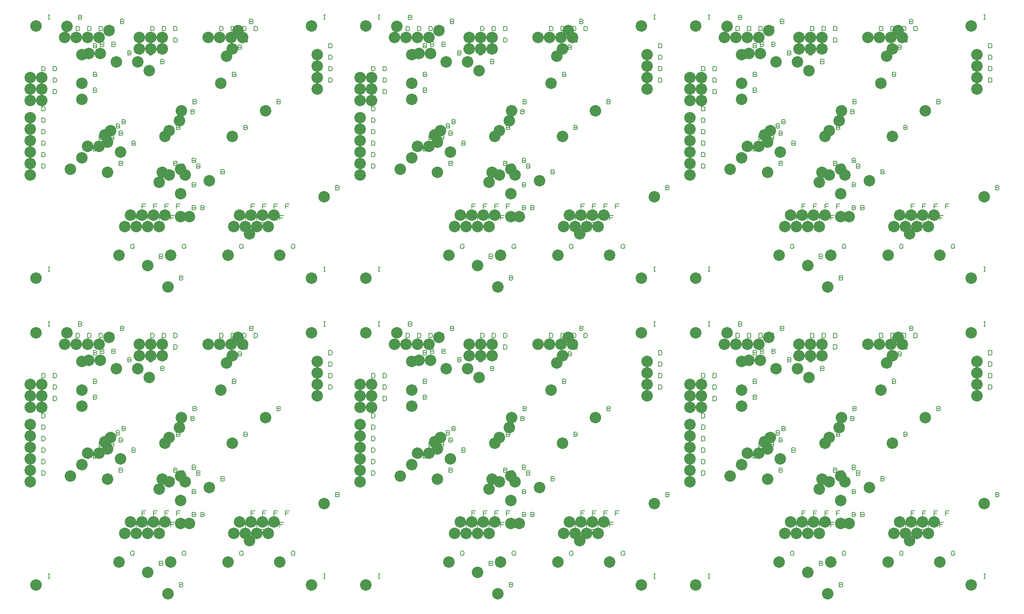
<source format=gbr>
%FSLAX23Y23*%
%MOIN*%
G04 EasyPC Gerber Version 14.0.2 Build 2922 *
%ADD111C,0.00500*%
%ADD110C,0.10000*%
X0Y0D02*
D02*
D110*
X269Y1175D03*
Y1275D03*
Y1375D03*
Y1475D03*
Y1575D03*
Y1675D03*
Y1825D03*
Y1925D03*
Y2025D03*
Y3852D03*
Y3952D03*
Y4052D03*
Y4152D03*
Y4252D03*
Y4352D03*
Y4502D03*
Y4602D03*
Y4702D03*
X319Y275D03*
Y2475D03*
Y2952D03*
Y5152D03*
X369Y1825D03*
Y1925D03*
Y2025D03*
Y4502D03*
Y4602D03*
Y4702D03*
X569Y2375D03*
Y5052D03*
X589Y2475D03*
Y5150D03*
X619Y1225D03*
Y3902D03*
X669Y2375D03*
Y5052D03*
X719Y1325D03*
Y1837D03*
Y1975D03*
Y2225D03*
Y4002D03*
Y4514D03*
Y4652D03*
Y4902D03*
X769Y1425D03*
Y2375D03*
Y4102D03*
Y5052D03*
X781Y2237D03*
Y4914D03*
X869Y1425D03*
Y2375D03*
Y4102D03*
Y5052D03*
X881Y2237D03*
Y4914D03*
X919Y1525D03*
Y4202D03*
X944Y1200D03*
Y1462D03*
Y3877D03*
Y4139D03*
X956Y2437D03*
Y5114D03*
X969Y1562D03*
Y4239D03*
X1019Y2162D03*
Y4839D03*
X1044Y475D03*
Y3152D03*
X1056Y1375D03*
Y4052D03*
X1094Y725D03*
Y3402D03*
X1144Y825D03*
Y3502D03*
X1194Y725D03*
Y3402D03*
X1206Y2162D03*
Y4839D03*
X1219Y2275D03*
Y2375D03*
Y4952D03*
Y5052D03*
X1244Y825D03*
Y3502D03*
X1294Y387D03*
Y725D03*
Y3064D03*
Y3402D03*
X1306Y2087D03*
Y4764D03*
X1319Y2275D03*
Y2375D03*
Y4952D03*
Y5052D03*
X1344Y825D03*
Y3502D03*
X1394Y725D03*
Y1112D03*
Y3402D03*
Y3789D03*
X1419Y1200D03*
Y2275D03*
Y2375D03*
Y3877D03*
Y4952D03*
Y5052D03*
X1444Y825D03*
Y1512D03*
Y3502D03*
Y4189D03*
X1469Y200D03*
Y2877D03*
X1481Y1175D03*
Y1562D03*
Y3852D03*
Y4239D03*
X1494Y475D03*
Y3152D03*
X1569Y1650D03*
Y4327D03*
X1581Y812D03*
Y1012D03*
Y1225D03*
Y3489D03*
Y3689D03*
Y3902D03*
X1588Y1737D03*
Y4414D03*
X1619Y1175D03*
Y3852D03*
X1656Y812D03*
Y3489D03*
X1819Y2375D03*
Y5052D03*
X1831Y1125D03*
Y3802D03*
X1919Y2375D03*
Y5052D03*
X1931Y1975D03*
Y4652D03*
X1981Y2212D03*
Y4889D03*
X1994Y475D03*
Y3152D03*
X2019Y2375D03*
Y5052D03*
X2031Y1512D03*
Y2275D03*
Y4189D03*
Y4952D03*
X2044Y725D03*
Y3402D03*
X2081Y2437D03*
Y5114D03*
X2094Y825D03*
Y3502D03*
X2119Y2375D03*
Y5052D03*
X2144Y725D03*
Y3402D03*
X2181Y662D03*
Y3339D03*
X2194Y825D03*
Y3502D03*
X2244Y725D03*
Y3402D03*
X2294Y825D03*
Y3502D03*
X2319Y1737D03*
Y4414D03*
X2344Y725D03*
Y3402D03*
X2394Y825D03*
Y3502D03*
X2444Y475D03*
Y3152D03*
X2719Y275D03*
Y2475D03*
Y2952D03*
Y5152D03*
X2769Y1925D03*
Y2025D03*
Y2125D03*
Y2225D03*
Y4602D03*
Y4702D03*
Y4802D03*
Y4902D03*
X2831Y987D03*
Y3664D03*
X3143Y1175D03*
Y1275D03*
Y1375D03*
Y1475D03*
Y1575D03*
Y1675D03*
Y1825D03*
Y1925D03*
Y2025D03*
Y3852D03*
Y3952D03*
Y4052D03*
Y4152D03*
Y4252D03*
Y4352D03*
Y4502D03*
Y4602D03*
Y4702D03*
X3193Y275D03*
Y2475D03*
Y2952D03*
Y5152D03*
X3243Y1825D03*
Y1925D03*
Y2025D03*
Y4502D03*
Y4602D03*
Y4702D03*
X3443Y2375D03*
Y5052D03*
X3464Y2475D03*
Y5150D03*
X3493Y1225D03*
Y3902D03*
X3543Y2375D03*
Y5052D03*
X3593Y1325D03*
Y1837D03*
Y1975D03*
Y2225D03*
Y4002D03*
Y4514D03*
Y4652D03*
Y4902D03*
X3643Y1425D03*
Y2375D03*
Y4102D03*
Y5052D03*
X3655Y2237D03*
Y4914D03*
X3743Y1425D03*
Y2375D03*
Y4102D03*
Y5052D03*
X3755Y2237D03*
Y4914D03*
X3793Y1525D03*
Y4202D03*
X3818Y1200D03*
Y1462D03*
Y3877D03*
Y4139D03*
X3830Y2437D03*
Y5114D03*
X3843Y1562D03*
Y4239D03*
X3893Y2162D03*
Y4839D03*
X3918Y475D03*
Y3152D03*
X3930Y1375D03*
Y4052D03*
X3968Y725D03*
Y3402D03*
X4018Y825D03*
Y3502D03*
X4068Y725D03*
Y3402D03*
X4080Y2162D03*
Y4839D03*
X4093Y2275D03*
Y2375D03*
Y4952D03*
Y5052D03*
X4118Y825D03*
Y3502D03*
X4168Y387D03*
Y725D03*
Y3064D03*
Y3402D03*
X4180Y2087D03*
Y4764D03*
X4193Y2275D03*
Y2375D03*
Y4952D03*
Y5052D03*
X4218Y825D03*
Y3502D03*
X4268Y725D03*
Y1112D03*
Y3402D03*
Y3789D03*
X4293Y1200D03*
Y2275D03*
Y2375D03*
Y3877D03*
Y4952D03*
Y5052D03*
X4318Y825D03*
Y1512D03*
Y3502D03*
Y4189D03*
X4343Y200D03*
Y2877D03*
X4355Y1175D03*
Y1562D03*
Y3852D03*
Y4239D03*
X4368Y475D03*
Y3152D03*
X4443Y1650D03*
Y4327D03*
X4455Y812D03*
Y1012D03*
Y1225D03*
Y3489D03*
Y3689D03*
Y3902D03*
X4462Y1737D03*
Y4414D03*
X4493Y1175D03*
Y3852D03*
X4530Y812D03*
Y3489D03*
X4693Y2375D03*
Y5052D03*
X4705Y1125D03*
Y3802D03*
X4793Y2375D03*
Y5052D03*
X4805Y1975D03*
Y4652D03*
X4855Y2212D03*
Y4889D03*
X4868Y475D03*
Y3152D03*
X4893Y2375D03*
Y5052D03*
X4905Y1512D03*
Y2275D03*
Y4189D03*
Y4952D03*
X4918Y725D03*
Y3402D03*
X4955Y2437D03*
Y5114D03*
X4968Y825D03*
Y3502D03*
X4993Y2375D03*
Y5052D03*
X5018Y725D03*
Y3402D03*
X5055Y662D03*
Y3339D03*
X5068Y825D03*
Y3502D03*
X5118Y725D03*
Y3402D03*
X5168Y825D03*
Y3502D03*
X5193Y1737D03*
Y4414D03*
X5218Y725D03*
Y3402D03*
X5268Y825D03*
Y3502D03*
X5318Y475D03*
Y3152D03*
X5593Y275D03*
Y2475D03*
Y2952D03*
Y5152D03*
X5643Y1925D03*
Y2025D03*
Y2125D03*
Y2225D03*
Y4602D03*
Y4702D03*
Y4802D03*
Y4902D03*
X5705Y987D03*
Y3664D03*
X6017Y1175D03*
Y1275D03*
Y1375D03*
Y1475D03*
Y1575D03*
Y1675D03*
Y1825D03*
Y1925D03*
Y2025D03*
Y3852D03*
Y3952D03*
Y4052D03*
Y4152D03*
Y4252D03*
Y4352D03*
Y4502D03*
Y4602D03*
Y4702D03*
X6067Y275D03*
Y2475D03*
Y2952D03*
Y5152D03*
X6117Y1825D03*
Y1925D03*
Y2025D03*
Y4502D03*
Y4602D03*
Y4702D03*
X6317Y2375D03*
Y5052D03*
X6339Y2475D03*
Y5150D03*
X6367Y1225D03*
Y3902D03*
X6417Y2375D03*
Y5052D03*
X6467Y1325D03*
Y1837D03*
Y1975D03*
Y2225D03*
Y4002D03*
Y4514D03*
Y4652D03*
Y4902D03*
X6517Y1425D03*
Y2375D03*
Y4102D03*
Y5052D03*
X6529Y2237D03*
Y4914D03*
X6617Y1425D03*
Y2375D03*
Y4102D03*
Y5052D03*
X6629Y2237D03*
Y4914D03*
X6667Y1525D03*
Y4202D03*
X6692Y1200D03*
Y1462D03*
Y3877D03*
Y4139D03*
X6704Y2437D03*
Y5114D03*
X6717Y1562D03*
Y4239D03*
X6767Y2162D03*
Y4839D03*
X6792Y475D03*
Y3152D03*
X6804Y1375D03*
Y4052D03*
X6842Y725D03*
Y3402D03*
X6892Y825D03*
Y3502D03*
X6942Y725D03*
Y3402D03*
X6954Y2162D03*
Y4839D03*
X6967Y2275D03*
Y2375D03*
Y4952D03*
Y5052D03*
X6992Y825D03*
Y3502D03*
X7042Y387D03*
Y725D03*
Y3064D03*
Y3402D03*
X7054Y2087D03*
Y4764D03*
X7067Y2275D03*
Y2375D03*
Y4952D03*
Y5052D03*
X7092Y825D03*
Y3502D03*
X7142Y725D03*
Y1112D03*
Y3402D03*
Y3789D03*
X7167Y1200D03*
Y2275D03*
Y2375D03*
Y3877D03*
Y4952D03*
Y5052D03*
X7192Y825D03*
Y1512D03*
Y3502D03*
Y4189D03*
X7217Y200D03*
Y2877D03*
X7229Y1175D03*
Y1562D03*
Y3852D03*
Y4239D03*
X7242Y475D03*
Y3152D03*
X7317Y1650D03*
Y4327D03*
X7329Y812D03*
Y1012D03*
Y1225D03*
Y3489D03*
Y3689D03*
Y3902D03*
X7336Y1737D03*
Y4414D03*
X7367Y1175D03*
Y3852D03*
X7404Y812D03*
Y3489D03*
X7567Y2375D03*
Y5052D03*
X7579Y1125D03*
Y3802D03*
X7667Y2375D03*
Y5052D03*
X7679Y1975D03*
Y4652D03*
X7729Y2212D03*
Y4889D03*
X7742Y475D03*
Y3152D03*
X7767Y2375D03*
Y5052D03*
X7779Y1512D03*
Y2275D03*
Y4189D03*
Y4952D03*
X7792Y725D03*
Y3402D03*
X7829Y2437D03*
Y5114D03*
X7842Y825D03*
Y3502D03*
X7867Y2375D03*
Y5052D03*
X7892Y725D03*
Y3402D03*
X7929Y662D03*
Y3339D03*
X7942Y825D03*
Y3502D03*
X7992Y725D03*
Y3402D03*
X8042Y825D03*
Y3502D03*
X8067Y1737D03*
Y4414D03*
X8092Y725D03*
Y3402D03*
X8142Y825D03*
Y3502D03*
X8192Y475D03*
Y3152D03*
X8467Y275D03*
Y2475D03*
Y2952D03*
Y5152D03*
X8517Y1925D03*
Y2025D03*
Y2125D03*
Y2225D03*
Y4602D03*
Y4702D03*
Y4802D03*
Y4902D03*
X8579Y987D03*
Y3664D03*
D02*
D111*
X369Y1234D02*
Y1271D01*
X387*
X394Y1268*
X397Y1265*
X400Y1259*
Y1246*
X397Y1240*
X394Y1237*
X387Y1234*
X369*
Y1334D02*
Y1371D01*
X387*
X394Y1368*
X397Y1365*
X400Y1359*
Y1346*
X397Y1340*
X394Y1337*
X387Y1334*
X369*
Y1434D02*
Y1471D01*
X387*
X394Y1468*
X397Y1465*
X400Y1459*
Y1446*
X397Y1440*
X394Y1437*
X387Y1434*
X369*
Y1534D02*
Y1571D01*
X387*
X394Y1568*
X397Y1565*
X400Y1559*
Y1546*
X397Y1540*
X394Y1537*
X387Y1534*
X369*
Y1634D02*
Y1671D01*
X387*
X394Y1668*
X397Y1665*
X400Y1659*
Y1646*
X397Y1640*
X394Y1637*
X387Y1634*
X369*
Y1734D02*
Y1771D01*
X387*
X394Y1768*
X397Y1765*
X400Y1759*
Y1746*
X397Y1740*
X394Y1737*
X387Y1734*
X369*
Y1884D02*
Y1921D01*
X387*
X394Y1918*
X397Y1915*
X400Y1909*
Y1896*
X397Y1890*
X394Y1887*
X387Y1884*
X369*
Y1984D02*
Y2021D01*
X387*
X394Y2018*
X397Y2015*
X400Y2009*
Y1996*
X397Y1990*
X394Y1987*
X387Y1984*
X369*
Y2084D02*
Y2121D01*
X387*
X394Y2118*
X397Y2115*
X400Y2109*
Y2096*
X397Y2090*
X394Y2087*
X387Y2084*
X369*
Y3911D02*
Y3949D01*
X387*
X394Y3946*
X397Y3942*
X400Y3936*
Y3924*
X397Y3917*
X394Y3914*
X387Y3911*
X369*
Y4011D02*
Y4049D01*
X387*
X394Y4046*
X397Y4042*
X400Y4036*
Y4024*
X397Y4017*
X394Y4014*
X387Y4011*
X369*
Y4111D02*
Y4149D01*
X387*
X394Y4146*
X397Y4142*
X400Y4136*
Y4124*
X397Y4117*
X394Y4114*
X387Y4111*
X369*
Y4211D02*
Y4249D01*
X387*
X394Y4246*
X397Y4242*
X400Y4236*
Y4224*
X397Y4217*
X394Y4214*
X387Y4211*
X369*
Y4311D02*
Y4349D01*
X387*
X394Y4346*
X397Y4342*
X400Y4336*
Y4324*
X397Y4317*
X394Y4314*
X387Y4311*
X369*
Y4411D02*
Y4449D01*
X387*
X394Y4446*
X397Y4442*
X400Y4436*
Y4424*
X397Y4417*
X394Y4414*
X387Y4411*
X369*
Y4561D02*
Y4599D01*
X387*
X394Y4596*
X397Y4592*
X400Y4586*
Y4574*
X397Y4567*
X394Y4564*
X387Y4561*
X369*
Y4661D02*
Y4699D01*
X387*
X394Y4696*
X397Y4692*
X400Y4686*
Y4674*
X397Y4667*
X394Y4664*
X387Y4661*
X369*
Y4761D02*
Y4799D01*
X387*
X394Y4796*
X397Y4792*
X400Y4786*
Y4774*
X397Y4767*
X394Y4764*
X387Y4761*
X369*
X428Y334D02*
X441D01*
X434D02*
Y371D01*
X428D02*
X441D01*
X428Y2534D02*
X441D01*
X434D02*
Y2571D01*
X428D02*
X441D01*
X428Y3011D02*
X441D01*
X434D02*
Y3049D01*
X428D02*
X441D01*
X428Y5211D02*
X441D01*
X434D02*
Y5249D01*
X428D02*
X441D01*
X469Y1884D02*
Y1921D01*
X487*
X494Y1918*
X497Y1915*
X500Y1909*
Y1896*
X497Y1890*
X494Y1887*
X487Y1884*
X469*
Y1984D02*
Y2021D01*
X487*
X494Y2018*
X497Y2015*
X500Y2009*
Y1996*
X497Y1990*
X494Y1987*
X487Y1984*
X469*
Y2084D02*
Y2121D01*
X487*
X494Y2118*
X497Y2115*
X500Y2109*
Y2096*
X497Y2090*
X494Y2087*
X487Y2084*
X469*
Y4561D02*
Y4599D01*
X487*
X494Y4596*
X497Y4592*
X500Y4586*
Y4574*
X497Y4567*
X494Y4564*
X487Y4561*
X469*
Y4661D02*
Y4699D01*
X487*
X494Y4696*
X497Y4692*
X500Y4686*
Y4674*
X497Y4667*
X494Y4664*
X487Y4661*
X469*
Y4761D02*
Y4799D01*
X487*
X494Y4796*
X497Y4792*
X500Y4786*
Y4774*
X497Y4767*
X494Y4764*
X487Y4761*
X469*
X669Y2434D02*
Y2471D01*
X687*
X694Y2468*
X697Y2465*
X700Y2459*
Y2446*
X697Y2440*
X694Y2437*
X687Y2434*
X669*
Y5111D02*
Y5149D01*
X687*
X694Y5146*
X697Y5142*
X700Y5136*
Y5124*
X697Y5117*
X694Y5114*
X687Y5111*
X669*
X711Y2553D02*
X717Y2550D01*
X721Y2544*
X717Y2538*
X711Y2534*
X689*
Y2572*
X711*
X717Y2569*
X721Y2563*
X717Y2556*
X711Y2553*
X689*
X711Y5228D02*
X717Y5225D01*
X721Y5219*
X717Y5213*
X711Y5209*
X689*
Y5247*
X711*
X717Y5244*
X721Y5238*
X717Y5231*
X711Y5228*
X689*
X741Y1303D02*
X747Y1300D01*
X750Y1293*
X747Y1287*
X741Y1284*
X719*
Y1321*
X741*
X747Y1318*
X750Y1312*
X747Y1306*
X741Y1303*
X719*
X741Y3980D02*
X747Y3977D01*
X750Y3971*
X747Y3964*
X741Y3961*
X719*
Y3999*
X741*
X747Y3996*
X750Y3989*
X747Y3983*
X741Y3980*
X719*
X769Y2434D02*
Y2471D01*
X787*
X794Y2468*
X797Y2465*
X800Y2459*
Y2446*
X797Y2440*
X794Y2437*
X787Y2434*
X769*
Y5111D02*
Y5149D01*
X787*
X794Y5146*
X797Y5142*
X800Y5136*
Y5124*
X797Y5117*
X794Y5114*
X787Y5111*
X769*
X841Y1403D02*
X847Y1400D01*
X850Y1393*
X847Y1387*
X841Y1384*
X819*
Y1421*
X841*
X847Y1418*
X850Y1412*
X847Y1406*
X841Y1403*
X819*
X841Y1915D02*
X847Y1912D01*
X850Y1906*
X847Y1900*
X841Y1896*
X819*
Y1934*
X841*
X847Y1931*
X850Y1925*
X847Y1918*
X841Y1915*
X819*
X841Y2053D02*
X847Y2050D01*
X850Y2043*
X847Y2037*
X841Y2034*
X819*
Y2071*
X841*
X847Y2068*
X850Y2062*
X847Y2056*
X841Y2053*
X819*
X841Y2303D02*
X847Y2300D01*
X850Y2293*
X847Y2287*
X841Y2284*
X819*
Y2321*
X841*
X847Y2318*
X850Y2312*
X847Y2306*
X841Y2303*
X819*
X841Y4080D02*
X847Y4077D01*
X850Y4071*
X847Y4064*
X841Y4061*
X819*
Y4099*
X841*
X847Y4096*
X850Y4089*
X847Y4083*
X841Y4080*
X819*
X841Y4592D02*
X847Y4589D01*
X850Y4583*
X847Y4577*
X841Y4574*
X819*
Y4611*
X841*
X847Y4608*
X850Y4602*
X847Y4596*
X841Y4592*
X819*
X841Y4730D02*
X847Y4727D01*
X850Y4721*
X847Y4714*
X841Y4711*
X819*
Y4749*
X841*
X847Y4746*
X850Y4739*
X847Y4733*
X841Y4730*
X819*
X841Y4980D02*
X847Y4977D01*
X850Y4971*
X847Y4964*
X841Y4961*
X819*
Y4999*
X841*
X847Y4996*
X850Y4989*
X847Y4983*
X841Y4980*
X819*
X891Y1503D02*
X897Y1500D01*
X900Y1493*
X897Y1487*
X891Y1484*
X869*
Y1521*
X891*
X897Y1518*
X900Y1512*
X897Y1506*
X891Y1503*
X869*
Y2434D02*
Y2471D01*
X887*
X894Y2468*
X897Y2465*
X900Y2459*
Y2446*
X897Y2440*
X894Y2437*
X887Y2434*
X869*
X891Y4180D02*
X897Y4177D01*
X900Y4171*
X897Y4164*
X891Y4161*
X869*
Y4199*
X891*
X897Y4196*
X900Y4189*
X897Y4183*
X891Y4180*
X869*
Y5111D02*
Y5149D01*
X887*
X894Y5146*
X897Y5142*
X900Y5136*
Y5124*
X897Y5117*
X894Y5114*
X887Y5111*
X869*
X903Y2315D02*
X909Y2312D01*
X912Y2306*
X909Y2300*
X903Y2296*
X881*
Y2334*
X903*
X909Y2331*
X912Y2325*
X909Y2318*
X903Y2315*
X881*
X903Y4992D02*
X909Y4989D01*
X912Y4983*
X909Y4977*
X903Y4974*
X881*
Y5011*
X903*
X909Y5008*
X912Y5002*
X909Y4996*
X903Y4992*
X881*
X991Y1503D02*
X997Y1500D01*
X1000Y1493*
X997Y1487*
X991Y1484*
X969*
Y1521*
X991*
X997Y1518*
X1000Y1512*
X997Y1506*
X991Y1503*
X969*
Y2434D02*
Y2471D01*
X987*
X994Y2468*
X997Y2465*
X1000Y2459*
Y2446*
X997Y2440*
X994Y2437*
X987Y2434*
X969*
X991Y4180D02*
X997Y4177D01*
X1000Y4171*
X997Y4164*
X991Y4161*
X969*
Y4199*
X991*
X997Y4196*
X1000Y4189*
X997Y4183*
X991Y4180*
X969*
Y5111D02*
Y5149D01*
X987*
X994Y5146*
X997Y5142*
X1000Y5136*
Y5124*
X997Y5117*
X994Y5114*
X987Y5111*
X969*
X1003Y2315D02*
X1009Y2312D01*
X1012Y2306*
X1009Y2300*
X1003Y2296*
X981*
Y2334*
X1003*
X1009Y2331*
X1012Y2325*
X1009Y2318*
X1003Y2315*
X981*
X1003Y4992D02*
X1009Y4989D01*
X1012Y4983*
X1009Y4977*
X1003Y4974*
X981*
Y5011*
X1003*
X1009Y5008*
X1012Y5002*
X1009Y4996*
X1003Y4992*
X981*
X1041Y1603D02*
X1047Y1600D01*
X1050Y1593*
X1047Y1587*
X1041Y1584*
X1019*
Y1621*
X1041*
X1047Y1618*
X1050Y1612*
X1047Y1606*
X1041Y1603*
X1019*
X1041Y4280D02*
X1047Y4277D01*
X1050Y4271*
X1047Y4264*
X1041Y4261*
X1019*
Y4299*
X1041*
X1047Y4296*
X1050Y4289*
X1047Y4283*
X1041Y4280*
X1019*
X1066Y1278D02*
X1072Y1275D01*
X1075Y1268*
X1072Y1262*
X1066Y1259*
X1044*
Y1296*
X1066*
X1072Y1293*
X1075Y1287*
X1072Y1281*
X1066Y1278*
X1044*
X1066Y1540D02*
X1072Y1537D01*
X1075Y1531*
X1072Y1525*
X1066Y1521*
X1044*
Y1559*
X1066*
X1072Y1556*
X1075Y1550*
X1072Y1543*
X1066Y1540*
X1044*
X1066Y3955D02*
X1072Y3952D01*
X1075Y3946*
X1072Y3939*
X1066Y3936*
X1044*
Y3974*
X1066*
X1072Y3971*
X1075Y3964*
X1072Y3958*
X1066Y3955*
X1044*
X1066Y4217D02*
X1072Y4214D01*
X1075Y4208*
X1072Y4202*
X1066Y4199*
X1044*
Y4236*
X1066*
X1072Y4233*
X1075Y4227*
X1072Y4221*
X1066Y4217*
X1044*
X1078Y2515D02*
X1084Y2512D01*
X1087Y2506*
X1084Y2500*
X1078Y2496*
X1056*
Y2534*
X1078*
X1084Y2531*
X1087Y2525*
X1084Y2518*
X1078Y2515*
X1056*
X1078Y5192D02*
X1084Y5189D01*
X1087Y5183*
X1084Y5177*
X1078Y5174*
X1056*
Y5211*
X1078*
X1084Y5208*
X1087Y5202*
X1084Y5196*
X1078Y5192*
X1056*
X1091Y1640D02*
X1097Y1637D01*
X1100Y1631*
X1097Y1625*
X1091Y1621*
X1069*
Y1659*
X1091*
X1097Y1656*
X1100Y1650*
X1097Y1643*
X1091Y1640*
X1069*
X1091Y4317D02*
X1097Y4314D01*
X1100Y4308*
X1097Y4302*
X1091Y4299*
X1069*
Y4336*
X1091*
X1097Y4333*
X1100Y4327*
X1097Y4321*
X1091Y4317*
X1069*
X1141Y2240D02*
X1147Y2237D01*
X1150Y2231*
X1147Y2225*
X1141Y2221*
X1119*
Y2259*
X1141*
X1147Y2256*
X1150Y2250*
X1147Y2243*
X1141Y2240*
X1119*
X1141Y4917D02*
X1147Y4914D01*
X1150Y4908*
X1147Y4902*
X1141Y4899*
X1119*
Y4936*
X1141*
X1147Y4933*
X1150Y4927*
X1147Y4921*
X1141Y4917*
X1119*
X1166Y550D02*
X1175D01*
Y546*
X1172Y540*
X1169Y537*
X1162Y534*
X1156*
X1150Y537*
X1147Y540*
X1144Y546*
Y559*
X1147Y565*
X1150Y568*
X1156Y571*
X1162*
X1169Y568*
X1172Y565*
X1175Y559*
X1166Y3227D02*
X1175D01*
Y3224*
X1172Y3217*
X1169Y3214*
X1162Y3211*
X1156*
X1150Y3214*
X1147Y3217*
X1144Y3224*
Y3236*
X1147Y3242*
X1150Y3246*
X1156Y3249*
X1162*
X1169Y3246*
X1172Y3242*
X1175Y3236*
X1178Y1453D02*
X1184Y1450D01*
X1187Y1443*
X1184Y1437*
X1178Y1434*
X1156*
Y1471*
X1178*
X1184Y1468*
X1187Y1462*
X1184Y1456*
X1178Y1453*
X1156*
X1178Y4130D02*
X1184Y4127D01*
X1187Y4121*
X1184Y4114*
X1178Y4111*
X1156*
Y4149*
X1178*
X1184Y4146*
X1187Y4139*
X1184Y4133*
X1178Y4130*
X1156*
X1194Y784D02*
Y821D01*
X1225*
X1219Y803D02*
X1194D01*
Y3461D02*
Y3499D01*
X1225*
X1219Y3480D02*
X1194D01*
X1244Y884D02*
Y921D01*
X1275*
X1269Y903D02*
X1244D01*
Y3561D02*
Y3599D01*
X1275*
X1269Y3580D02*
X1244D01*
X1294Y784D02*
Y821D01*
X1325*
X1319Y803D02*
X1294D01*
Y3461D02*
Y3499D01*
X1325*
X1319Y3480D02*
X1294D01*
X1328Y2240D02*
X1334Y2237D01*
X1337Y2231*
X1334Y2225*
X1328Y2221*
X1306*
Y2259*
X1328*
X1334Y2256*
X1337Y2250*
X1334Y2243*
X1328Y2240*
X1306*
X1328Y4917D02*
X1334Y4914D01*
X1337Y4908*
X1334Y4902*
X1328Y4899*
X1306*
Y4936*
X1328*
X1334Y4933*
X1337Y4927*
X1334Y4921*
X1328Y4917*
X1306*
X1319Y2334D02*
Y2371D01*
X1337*
X1344Y2368*
X1347Y2365*
X1350Y2359*
Y2346*
X1347Y2340*
X1344Y2337*
X1337Y2334*
X1319*
Y2434D02*
Y2471D01*
X1337*
X1344Y2468*
X1347Y2465*
X1350Y2459*
Y2446*
X1347Y2440*
X1344Y2437*
X1337Y2434*
X1319*
Y5011D02*
Y5049D01*
X1337*
X1344Y5046*
X1347Y5042*
X1350Y5036*
Y5024*
X1347Y5017*
X1344Y5014*
X1337Y5011*
X1319*
Y5111D02*
Y5149D01*
X1337*
X1344Y5146*
X1347Y5142*
X1350Y5136*
Y5124*
X1347Y5117*
X1344Y5114*
X1337Y5111*
X1319*
X1344Y884D02*
Y921D01*
X1375*
X1369Y903D02*
X1344D01*
Y3561D02*
Y3599D01*
X1375*
X1369Y3580D02*
X1344D01*
X1416Y465D02*
X1422Y462D01*
X1425Y456*
X1422Y450*
X1416Y446*
X1394*
Y484*
X1416*
X1422Y481*
X1425Y475*
X1422Y468*
X1416Y465*
X1394*
Y784D02*
Y821D01*
X1425*
X1419Y803D02*
X1394D01*
X1416Y3142D02*
X1422Y3139D01*
X1425Y3133*
X1422Y3127*
X1416Y3124*
X1394*
Y3161*
X1416*
X1422Y3158*
X1425Y3152*
X1422Y3146*
X1416Y3142*
X1394*
Y3461D02*
Y3499D01*
X1425*
X1419Y3480D02*
X1394D01*
X1428Y2165D02*
X1434Y2162D01*
X1437Y2156*
X1434Y2150*
X1428Y2146*
X1406*
Y2184*
X1428*
X1434Y2181*
X1437Y2175*
X1434Y2168*
X1428Y2165*
X1406*
X1428Y4842D02*
X1434Y4839D01*
X1437Y4833*
X1434Y4827*
X1428Y4824*
X1406*
Y4861*
X1428*
X1434Y4858*
X1437Y4852*
X1434Y4846*
X1428Y4842*
X1406*
X1419Y2334D02*
Y2371D01*
X1437*
X1444Y2368*
X1447Y2365*
X1450Y2359*
Y2346*
X1447Y2340*
X1444Y2337*
X1437Y2334*
X1419*
Y2434D02*
Y2471D01*
X1437*
X1444Y2468*
X1447Y2465*
X1450Y2459*
Y2446*
X1447Y2440*
X1444Y2437*
X1437Y2434*
X1419*
Y5011D02*
Y5049D01*
X1437*
X1444Y5046*
X1447Y5042*
X1450Y5036*
Y5024*
X1447Y5017*
X1444Y5014*
X1437Y5011*
X1419*
Y5111D02*
Y5149D01*
X1437*
X1444Y5146*
X1447Y5142*
X1450Y5136*
Y5124*
X1447Y5117*
X1444Y5114*
X1437Y5111*
X1419*
X1444Y884D02*
Y921D01*
X1475*
X1469Y903D02*
X1444D01*
Y3561D02*
Y3599D01*
X1475*
X1469Y3580D02*
X1444D01*
X1494Y784D02*
Y821D01*
X1525*
X1519Y803D02*
X1494D01*
X1516Y1190D02*
X1522Y1187D01*
X1525Y1181*
X1522Y1175*
X1516Y1171*
X1494*
Y1209*
X1516*
X1522Y1206*
X1525Y1200*
X1522Y1193*
X1516Y1190*
X1494*
Y3461D02*
Y3499D01*
X1525*
X1519Y3480D02*
X1494D01*
X1516Y3867D02*
X1522Y3864D01*
X1525Y3858*
X1522Y3852*
X1516Y3849*
X1494*
Y3886*
X1516*
X1522Y3883*
X1525Y3877*
X1522Y3871*
X1516Y3867*
X1494*
X1541Y1278D02*
X1547Y1275D01*
X1550Y1268*
X1547Y1262*
X1541Y1259*
X1519*
Y1296*
X1541*
X1547Y1293*
X1550Y1287*
X1547Y1281*
X1541Y1278*
X1519*
Y2334D02*
Y2371D01*
X1537*
X1544Y2368*
X1547Y2365*
X1550Y2359*
Y2346*
X1547Y2340*
X1544Y2337*
X1537Y2334*
X1519*
Y2434D02*
Y2471D01*
X1537*
X1544Y2468*
X1547Y2465*
X1550Y2459*
Y2446*
X1547Y2440*
X1544Y2437*
X1537Y2434*
X1519*
X1541Y3955D02*
X1547Y3952D01*
X1550Y3946*
X1547Y3939*
X1541Y3936*
X1519*
Y3974*
X1541*
X1547Y3971*
X1550Y3964*
X1547Y3958*
X1541Y3955*
X1519*
Y5011D02*
Y5049D01*
X1537*
X1544Y5046*
X1547Y5042*
X1550Y5036*
Y5024*
X1547Y5017*
X1544Y5014*
X1537Y5011*
X1519*
Y5111D02*
Y5149D01*
X1537*
X1544Y5146*
X1547Y5142*
X1550Y5136*
Y5124*
X1547Y5117*
X1544Y5114*
X1537Y5111*
X1519*
X1544Y884D02*
Y921D01*
X1575*
X1569Y903D02*
X1544D01*
X1566Y1590D02*
X1572Y1587D01*
X1575Y1581*
X1572Y1575*
X1566Y1571*
X1544*
Y1609*
X1566*
X1572Y1606*
X1575Y1600*
X1572Y1593*
X1566Y1590*
X1544*
Y3561D02*
Y3599D01*
X1575*
X1569Y3580D02*
X1544D01*
X1566Y4267D02*
X1572Y4264D01*
X1575Y4258*
X1572Y4252*
X1566Y4249*
X1544*
Y4286*
X1566*
X1572Y4283*
X1575Y4277*
X1572Y4271*
X1566Y4267*
X1544*
X1591Y278D02*
X1597Y275D01*
X1600Y268*
X1597Y262*
X1591Y259*
X1569*
Y296*
X1591*
X1597Y293*
X1600Y287*
X1597Y281*
X1591Y278*
X1569*
X1591Y2955D02*
X1597Y2952D01*
X1600Y2946*
X1597Y2939*
X1591Y2936*
X1569*
Y2974*
X1591*
X1597Y2971*
X1600Y2964*
X1597Y2958*
X1591Y2955*
X1569*
X1603Y1253D02*
X1609Y1250D01*
X1612Y1243*
X1609Y1237*
X1603Y1234*
X1581*
Y1271*
X1603*
X1609Y1268*
X1612Y1262*
X1609Y1256*
X1603Y1253*
X1581*
X1603Y1640D02*
X1609Y1637D01*
X1612Y1631*
X1609Y1625*
X1603Y1621*
X1581*
Y1659*
X1603*
X1609Y1656*
X1612Y1650*
X1609Y1643*
X1603Y1640*
X1581*
X1603Y3930D02*
X1609Y3927D01*
X1612Y3921*
X1609Y3914*
X1603Y3911*
X1581*
Y3949*
X1603*
X1609Y3946*
X1612Y3939*
X1609Y3933*
X1603Y3930*
X1581*
X1603Y4317D02*
X1609Y4314D01*
X1612Y4308*
X1609Y4302*
X1603Y4299*
X1581*
Y4336*
X1603*
X1609Y4333*
X1612Y4327*
X1609Y4321*
X1603Y4317*
X1581*
X1616Y550D02*
X1625D01*
Y546*
X1622Y540*
X1619Y537*
X1612Y534*
X1606*
X1600Y537*
X1597Y540*
X1594Y546*
Y559*
X1597Y565*
X1600Y568*
X1606Y571*
X1612*
X1619Y568*
X1622Y565*
X1625Y559*
X1616Y3227D02*
X1625D01*
Y3224*
X1622Y3217*
X1619Y3214*
X1612Y3211*
X1606*
X1600Y3214*
X1597Y3217*
X1594Y3224*
Y3236*
X1597Y3242*
X1600Y3246*
X1606Y3249*
X1612*
X1619Y3246*
X1622Y3242*
X1625Y3236*
X1691Y1728D02*
X1697Y1725D01*
X1700Y1718*
X1697Y1712*
X1691Y1709*
X1669*
Y1746*
X1691*
X1697Y1743*
X1700Y1737*
X1697Y1731*
X1691Y1728*
X1669*
X1691Y4405D02*
X1697Y4402D01*
X1700Y4396*
X1697Y4389*
X1691Y4386*
X1669*
Y4424*
X1691*
X1697Y4421*
X1700Y4414*
X1697Y4408*
X1691Y4405*
X1669*
X1703Y890D02*
X1709Y887D01*
X1712Y881*
X1709Y875*
X1703Y871*
X1681*
Y909*
X1703*
X1709Y906*
X1712Y900*
X1709Y893*
X1703Y890*
X1681*
X1703Y1090D02*
X1709Y1087D01*
X1712Y1081*
X1709Y1075*
X1703Y1071*
X1681*
Y1109*
X1703*
X1709Y1106*
X1712Y1100*
X1709Y1093*
X1703Y1090*
X1681*
X1703Y1303D02*
X1709Y1300D01*
X1712Y1293*
X1709Y1287*
X1703Y1284*
X1681*
Y1321*
X1703*
X1709Y1318*
X1712Y1312*
X1709Y1306*
X1703Y1303*
X1681*
X1703Y3567D02*
X1709Y3564D01*
X1712Y3558*
X1709Y3552*
X1703Y3549*
X1681*
Y3586*
X1703*
X1709Y3583*
X1712Y3577*
X1709Y3571*
X1703Y3567*
X1681*
X1703Y3767D02*
X1709Y3764D01*
X1712Y3758*
X1709Y3752*
X1703Y3749*
X1681*
Y3786*
X1703*
X1709Y3783*
X1712Y3777*
X1709Y3771*
X1703Y3767*
X1681*
X1703Y3980D02*
X1709Y3977D01*
X1712Y3971*
X1709Y3964*
X1703Y3961*
X1681*
Y3999*
X1703*
X1709Y3996*
X1712Y3989*
X1709Y3983*
X1703Y3980*
X1681*
X1710Y1815D02*
X1716Y1812D01*
X1719Y1806*
X1716Y1800*
X1710Y1796*
X1688*
Y1834*
X1710*
X1716Y1831*
X1719Y1825*
X1716Y1818*
X1710Y1815*
X1688*
X1710Y4492D02*
X1716Y4489D01*
X1719Y4483*
X1716Y4477*
X1710Y4474*
X1688*
Y4511*
X1710*
X1716Y4508*
X1719Y4502*
X1716Y4496*
X1710Y4492*
X1688*
X1741Y1253D02*
X1747Y1250D01*
X1750Y1243*
X1747Y1237*
X1741Y1234*
X1719*
Y1271*
X1741*
X1747Y1268*
X1750Y1262*
X1747Y1256*
X1741Y1253*
X1719*
X1741Y3930D02*
X1747Y3927D01*
X1750Y3921*
X1747Y3914*
X1741Y3911*
X1719*
Y3949*
X1741*
X1747Y3946*
X1750Y3939*
X1747Y3933*
X1741Y3930*
X1719*
X1778Y890D02*
X1784Y887D01*
X1787Y881*
X1784Y875*
X1778Y871*
X1756*
Y909*
X1778*
X1784Y906*
X1787Y900*
X1784Y893*
X1778Y890*
X1756*
X1778Y3567D02*
X1784Y3564D01*
X1787Y3558*
X1784Y3552*
X1778Y3549*
X1756*
Y3586*
X1778*
X1784Y3583*
X1787Y3577*
X1784Y3571*
X1778Y3567*
X1756*
X1919Y2434D02*
Y2471D01*
X1937*
X1944Y2468*
X1947Y2465*
X1950Y2459*
Y2446*
X1947Y2440*
X1944Y2437*
X1937Y2434*
X1919*
Y5111D02*
Y5149D01*
X1937*
X1944Y5146*
X1947Y5142*
X1950Y5136*
Y5124*
X1947Y5117*
X1944Y5114*
X1937Y5111*
X1919*
X1953Y1203D02*
X1959Y1200D01*
X1962Y1193*
X1959Y1187*
X1953Y1184*
X1931*
Y1221*
X1953*
X1959Y1218*
X1962Y1212*
X1959Y1206*
X1953Y1203*
X1931*
X1953Y3880D02*
X1959Y3877D01*
X1962Y3871*
X1959Y3864*
X1953Y3861*
X1931*
Y3899*
X1953*
X1959Y3896*
X1962Y3889*
X1959Y3883*
X1953Y3880*
X1931*
X2019Y2434D02*
Y2471D01*
X2037*
X2044Y2468*
X2047Y2465*
X2050Y2459*
Y2446*
X2047Y2440*
X2044Y2437*
X2037Y2434*
X2019*
Y5111D02*
Y5149D01*
X2037*
X2044Y5146*
X2047Y5142*
X2050Y5136*
Y5124*
X2047Y5117*
X2044Y5114*
X2037Y5111*
X2019*
X2053Y2053D02*
X2059Y2050D01*
X2062Y2043*
X2059Y2037*
X2053Y2034*
X2031*
Y2071*
X2053*
X2059Y2068*
X2062Y2062*
X2059Y2056*
X2053Y2053*
X2031*
X2053Y4730D02*
X2059Y4727D01*
X2062Y4721*
X2059Y4714*
X2053Y4711*
X2031*
Y4749*
X2053*
X2059Y4746*
X2062Y4739*
X2059Y4733*
X2053Y4730*
X2031*
X2103Y2290D02*
X2109Y2287D01*
X2112Y2281*
X2109Y2275*
X2103Y2271*
X2081*
Y2309*
X2103*
X2109Y2306*
X2112Y2300*
X2109Y2293*
X2103Y2290*
X2081*
X2103Y4967D02*
X2109Y4964D01*
X2112Y4958*
X2109Y4952*
X2103Y4949*
X2081*
Y4986*
X2103*
X2109Y4983*
X2112Y4977*
X2109Y4971*
X2103Y4967*
X2081*
X2116Y550D02*
X2125D01*
Y546*
X2122Y540*
X2119Y537*
X2112Y534*
X2106*
X2100Y537*
X2097Y540*
X2094Y546*
Y559*
X2097Y565*
X2100Y568*
X2106Y571*
X2112*
X2119Y568*
X2122Y565*
X2125Y559*
X2116Y3227D02*
X2125D01*
Y3224*
X2122Y3217*
X2119Y3214*
X2112Y3211*
X2106*
X2100Y3214*
X2097Y3217*
X2094Y3224*
Y3236*
X2097Y3242*
X2100Y3246*
X2106Y3249*
X2112*
X2119Y3246*
X2122Y3242*
X2125Y3236*
X2119Y2434D02*
Y2471D01*
X2137*
X2144Y2468*
X2147Y2465*
X2150Y2459*
Y2446*
X2147Y2440*
X2144Y2437*
X2137Y2434*
X2119*
Y5111D02*
Y5149D01*
X2137*
X2144Y5146*
X2147Y5142*
X2150Y5136*
Y5124*
X2147Y5117*
X2144Y5114*
X2137Y5111*
X2119*
X2153Y1590D02*
X2159Y1587D01*
X2162Y1581*
X2159Y1575*
X2153Y1571*
X2131*
Y1609*
X2153*
X2159Y1606*
X2162Y1600*
X2159Y1593*
X2153Y1590*
X2131*
X2153Y2353D02*
X2159Y2350D01*
X2162Y2343*
X2159Y2337*
X2153Y2334*
X2131*
Y2371*
X2153*
X2159Y2368*
X2162Y2362*
X2159Y2356*
X2153Y2353*
X2131*
X2153Y4267D02*
X2159Y4264D01*
X2162Y4258*
X2159Y4252*
X2153Y4249*
X2131*
Y4286*
X2153*
X2159Y4283*
X2162Y4277*
X2159Y4271*
X2153Y4267*
X2131*
X2153Y5030D02*
X2159Y5027D01*
X2162Y5021*
X2159Y5014*
X2153Y5011*
X2131*
Y5049*
X2153*
X2159Y5046*
X2162Y5039*
X2159Y5033*
X2153Y5030*
X2131*
X2144Y784D02*
Y821D01*
X2175*
X2169Y803D02*
X2144D01*
Y3461D02*
Y3499D01*
X2175*
X2169Y3480D02*
X2144D01*
X2203Y2515D02*
X2209Y2512D01*
X2212Y2506*
X2209Y2500*
X2203Y2496*
X2181*
Y2534*
X2203*
X2209Y2531*
X2212Y2525*
X2209Y2518*
X2203Y2515*
X2181*
X2203Y5192D02*
X2209Y5189D01*
X2212Y5183*
X2209Y5177*
X2203Y5174*
X2181*
Y5211*
X2203*
X2209Y5208*
X2212Y5202*
X2209Y5196*
X2203Y5192*
X2181*
X2194Y884D02*
Y921D01*
X2225*
X2219Y903D02*
X2194D01*
Y3561D02*
Y3599D01*
X2225*
X2219Y3580D02*
X2194D01*
X2219Y2434D02*
Y2471D01*
X2237*
X2244Y2468*
X2247Y2465*
X2250Y2459*
Y2446*
X2247Y2440*
X2244Y2437*
X2237Y2434*
X2219*
Y5111D02*
Y5149D01*
X2237*
X2244Y5146*
X2247Y5142*
X2250Y5136*
Y5124*
X2247Y5117*
X2244Y5114*
X2237Y5111*
X2219*
X2244Y784D02*
Y821D01*
X2275*
X2269Y803D02*
X2244D01*
Y3461D02*
Y3499D01*
X2275*
X2269Y3480D02*
X2244D01*
X2303Y740D02*
X2309Y737D01*
X2312Y731*
X2309Y725*
X2303Y721*
X2281*
Y759*
X2303*
X2309Y756*
X2312Y750*
X2309Y743*
X2303Y740*
X2281*
X2303Y3417D02*
X2309Y3414D01*
X2312Y3408*
X2309Y3402*
X2303Y3399*
X2281*
Y3436*
X2303*
X2309Y3433*
X2312Y3427*
X2309Y3421*
X2303Y3417*
X2281*
X2294Y884D02*
Y921D01*
X2325*
X2319Y903D02*
X2294D01*
Y3561D02*
Y3599D01*
X2325*
X2319Y3580D02*
X2294D01*
X2344Y784D02*
Y821D01*
X2375*
X2369Y803D02*
X2344D01*
Y3461D02*
Y3499D01*
X2375*
X2369Y3480D02*
X2344D01*
X2394Y884D02*
Y921D01*
X2425*
X2419Y903D02*
X2394D01*
Y3561D02*
Y3599D01*
X2425*
X2419Y3580D02*
X2394D01*
X2441Y1815D02*
X2447Y1812D01*
X2450Y1806*
X2447Y1800*
X2441Y1796*
X2419*
Y1834*
X2441*
X2447Y1831*
X2450Y1825*
X2447Y1818*
X2441Y1815*
X2419*
X2441Y4492D02*
X2447Y4489D01*
X2450Y4483*
X2447Y4477*
X2441Y4474*
X2419*
Y4511*
X2441*
X2447Y4508*
X2450Y4502*
X2447Y4496*
X2441Y4492*
X2419*
X2444Y784D02*
Y821D01*
X2475*
X2469Y803D02*
X2444D01*
Y3461D02*
Y3499D01*
X2475*
X2469Y3480D02*
X2444D01*
X2494Y884D02*
Y921D01*
X2525*
X2519Y903D02*
X2494D01*
Y3561D02*
Y3599D01*
X2525*
X2519Y3580D02*
X2494D01*
X2566Y550D02*
X2575D01*
Y546*
X2572Y540*
X2569Y537*
X2562Y534*
X2556*
X2550Y537*
X2547Y540*
X2544Y546*
Y559*
X2547Y565*
X2550Y568*
X2556Y571*
X2562*
X2569Y568*
X2572Y565*
X2575Y559*
X2566Y3227D02*
X2575D01*
Y3224*
X2572Y3217*
X2569Y3214*
X2562Y3211*
X2556*
X2550Y3214*
X2547Y3217*
X2544Y3224*
Y3236*
X2547Y3242*
X2550Y3246*
X2556Y3249*
X2562*
X2569Y3246*
X2572Y3242*
X2575Y3236*
X2828Y334D02*
X2841D01*
X2834D02*
Y371D01*
X2828D02*
X2841D01*
X2828Y2534D02*
X2841D01*
X2834D02*
Y2571D01*
X2828D02*
X2841D01*
X2828Y3011D02*
X2841D01*
X2834D02*
Y3049D01*
X2828D02*
X2841D01*
X2828Y5211D02*
X2841D01*
X2834D02*
Y5249D01*
X2828D02*
X2841D01*
X2869Y1984D02*
Y2021D01*
X2887*
X2894Y2018*
X2897Y2015*
X2900Y2009*
Y1996*
X2897Y1990*
X2894Y1987*
X2887Y1984*
X2869*
Y2084D02*
Y2121D01*
X2887*
X2894Y2118*
X2897Y2115*
X2900Y2109*
Y2096*
X2897Y2090*
X2894Y2087*
X2887Y2084*
X2869*
Y2184D02*
Y2221D01*
X2887*
X2894Y2218*
X2897Y2215*
X2900Y2209*
Y2196*
X2897Y2190*
X2894Y2187*
X2887Y2184*
X2869*
Y2284D02*
Y2321D01*
X2887*
X2894Y2318*
X2897Y2315*
X2900Y2309*
Y2296*
X2897Y2290*
X2894Y2287*
X2887Y2284*
X2869*
Y4661D02*
Y4699D01*
X2887*
X2894Y4696*
X2897Y4692*
X2900Y4686*
Y4674*
X2897Y4667*
X2894Y4664*
X2887Y4661*
X2869*
Y4761D02*
Y4799D01*
X2887*
X2894Y4796*
X2897Y4792*
X2900Y4786*
Y4774*
X2897Y4767*
X2894Y4764*
X2887Y4761*
X2869*
Y4861D02*
Y4899D01*
X2887*
X2894Y4896*
X2897Y4892*
X2900Y4886*
Y4874*
X2897Y4867*
X2894Y4864*
X2887Y4861*
X2869*
Y4961D02*
Y4999D01*
X2887*
X2894Y4996*
X2897Y4992*
X2900Y4986*
Y4974*
X2897Y4967*
X2894Y4964*
X2887Y4961*
X2869*
X2953Y1065D02*
X2959Y1062D01*
X2962Y1056*
X2959Y1050*
X2953Y1046*
X2931*
Y1084*
X2953*
X2959Y1081*
X2962Y1075*
X2959Y1068*
X2953Y1065*
X2931*
X2953Y3742D02*
X2959Y3739D01*
X2962Y3733*
X2959Y3727*
X2953Y3724*
X2931*
Y3761*
X2953*
X2959Y3758*
X2962Y3752*
X2959Y3746*
X2953Y3742*
X2931*
X3243Y1234D02*
Y1271D01*
X3261*
X3268Y1268*
X3271Y1265*
X3274Y1259*
Y1246*
X3271Y1240*
X3268Y1237*
X3261Y1234*
X3243*
Y1334D02*
Y1371D01*
X3261*
X3268Y1368*
X3271Y1365*
X3274Y1359*
Y1346*
X3271Y1340*
X3268Y1337*
X3261Y1334*
X3243*
Y1434D02*
Y1471D01*
X3261*
X3268Y1468*
X3271Y1465*
X3274Y1459*
Y1446*
X3271Y1440*
X3268Y1437*
X3261Y1434*
X3243*
Y1534D02*
Y1571D01*
X3261*
X3268Y1568*
X3271Y1565*
X3274Y1559*
Y1546*
X3271Y1540*
X3268Y1537*
X3261Y1534*
X3243*
Y1634D02*
Y1671D01*
X3261*
X3268Y1668*
X3271Y1665*
X3274Y1659*
Y1646*
X3271Y1640*
X3268Y1637*
X3261Y1634*
X3243*
Y1734D02*
Y1771D01*
X3261*
X3268Y1768*
X3271Y1765*
X3274Y1759*
Y1746*
X3271Y1740*
X3268Y1737*
X3261Y1734*
X3243*
Y1884D02*
Y1921D01*
X3261*
X3268Y1918*
X3271Y1915*
X3274Y1909*
Y1896*
X3271Y1890*
X3268Y1887*
X3261Y1884*
X3243*
Y1984D02*
Y2021D01*
X3261*
X3268Y2018*
X3271Y2015*
X3274Y2009*
Y1996*
X3271Y1990*
X3268Y1987*
X3261Y1984*
X3243*
Y2084D02*
Y2121D01*
X3261*
X3268Y2118*
X3271Y2115*
X3274Y2109*
Y2096*
X3271Y2090*
X3268Y2087*
X3261Y2084*
X3243*
Y3911D02*
Y3949D01*
X3261*
X3268Y3946*
X3271Y3942*
X3274Y3936*
Y3924*
X3271Y3917*
X3268Y3914*
X3261Y3911*
X3243*
Y4011D02*
Y4049D01*
X3261*
X3268Y4046*
X3271Y4042*
X3274Y4036*
Y4024*
X3271Y4017*
X3268Y4014*
X3261Y4011*
X3243*
Y4111D02*
Y4149D01*
X3261*
X3268Y4146*
X3271Y4142*
X3274Y4136*
Y4124*
X3271Y4117*
X3268Y4114*
X3261Y4111*
X3243*
Y4211D02*
Y4249D01*
X3261*
X3268Y4246*
X3271Y4242*
X3274Y4236*
Y4224*
X3271Y4217*
X3268Y4214*
X3261Y4211*
X3243*
Y4311D02*
Y4349D01*
X3261*
X3268Y4346*
X3271Y4342*
X3274Y4336*
Y4324*
X3271Y4317*
X3268Y4314*
X3261Y4311*
X3243*
Y4411D02*
Y4449D01*
X3261*
X3268Y4446*
X3271Y4442*
X3274Y4436*
Y4424*
X3271Y4417*
X3268Y4414*
X3261Y4411*
X3243*
Y4561D02*
Y4599D01*
X3261*
X3268Y4596*
X3271Y4592*
X3274Y4586*
Y4574*
X3271Y4567*
X3268Y4564*
X3261Y4561*
X3243*
Y4661D02*
Y4699D01*
X3261*
X3268Y4696*
X3271Y4692*
X3274Y4686*
Y4674*
X3271Y4667*
X3268Y4664*
X3261Y4661*
X3243*
Y4761D02*
Y4799D01*
X3261*
X3268Y4796*
X3271Y4792*
X3274Y4786*
Y4774*
X3271Y4767*
X3268Y4764*
X3261Y4761*
X3243*
X3302Y334D02*
X3315D01*
X3308D02*
Y371D01*
X3302D02*
X3315D01*
X3302Y2534D02*
X3315D01*
X3308D02*
Y2571D01*
X3302D02*
X3315D01*
X3302Y3011D02*
X3315D01*
X3308D02*
Y3049D01*
X3302D02*
X3315D01*
X3302Y5211D02*
X3315D01*
X3308D02*
Y5249D01*
X3302D02*
X3315D01*
X3343Y1884D02*
Y1921D01*
X3361*
X3368Y1918*
X3371Y1915*
X3374Y1909*
Y1896*
X3371Y1890*
X3368Y1887*
X3361Y1884*
X3343*
Y1984D02*
Y2021D01*
X3361*
X3368Y2018*
X3371Y2015*
X3374Y2009*
Y1996*
X3371Y1990*
X3368Y1987*
X3361Y1984*
X3343*
Y2084D02*
Y2121D01*
X3361*
X3368Y2118*
X3371Y2115*
X3374Y2109*
Y2096*
X3371Y2090*
X3368Y2087*
X3361Y2084*
X3343*
Y4561D02*
Y4599D01*
X3361*
X3368Y4596*
X3371Y4592*
X3374Y4586*
Y4574*
X3371Y4567*
X3368Y4564*
X3361Y4561*
X3343*
Y4661D02*
Y4699D01*
X3361*
X3368Y4696*
X3371Y4692*
X3374Y4686*
Y4674*
X3371Y4667*
X3368Y4664*
X3361Y4661*
X3343*
Y4761D02*
Y4799D01*
X3361*
X3368Y4796*
X3371Y4792*
X3374Y4786*
Y4774*
X3371Y4767*
X3368Y4764*
X3361Y4761*
X3343*
X3543Y2434D02*
Y2471D01*
X3561*
X3568Y2468*
X3571Y2465*
X3574Y2459*
Y2446*
X3571Y2440*
X3568Y2437*
X3561Y2434*
X3543*
Y5111D02*
Y5149D01*
X3561*
X3568Y5146*
X3571Y5142*
X3574Y5136*
Y5124*
X3571Y5117*
X3568Y5114*
X3561Y5111*
X3543*
X3586Y2553D02*
X3592Y2550D01*
X3596Y2544*
X3592Y2538*
X3586Y2534*
X3564*
Y2572*
X3586*
X3592Y2569*
X3596Y2563*
X3592Y2556*
X3586Y2553*
X3564*
X3586Y5228D02*
X3592Y5225D01*
X3596Y5219*
X3592Y5213*
X3586Y5209*
X3564*
Y5247*
X3586*
X3592Y5244*
X3596Y5238*
X3592Y5231*
X3586Y5228*
X3564*
X3615Y1303D02*
X3621Y1300D01*
X3624Y1293*
X3621Y1287*
X3615Y1284*
X3593*
Y1321*
X3615*
X3621Y1318*
X3624Y1312*
X3621Y1306*
X3615Y1303*
X3593*
X3615Y3980D02*
X3621Y3977D01*
X3624Y3971*
X3621Y3964*
X3615Y3961*
X3593*
Y3999*
X3615*
X3621Y3996*
X3624Y3989*
X3621Y3983*
X3615Y3980*
X3593*
X3643Y2434D02*
Y2471D01*
X3661*
X3668Y2468*
X3671Y2465*
X3674Y2459*
Y2446*
X3671Y2440*
X3668Y2437*
X3661Y2434*
X3643*
Y5111D02*
Y5149D01*
X3661*
X3668Y5146*
X3671Y5142*
X3674Y5136*
Y5124*
X3671Y5117*
X3668Y5114*
X3661Y5111*
X3643*
X3715Y1403D02*
X3721Y1400D01*
X3724Y1393*
X3721Y1387*
X3715Y1384*
X3693*
Y1421*
X3715*
X3721Y1418*
X3724Y1412*
X3721Y1406*
X3715Y1403*
X3693*
X3715Y1915D02*
X3721Y1912D01*
X3724Y1906*
X3721Y1900*
X3715Y1896*
X3693*
Y1934*
X3715*
X3721Y1931*
X3724Y1925*
X3721Y1918*
X3715Y1915*
X3693*
X3715Y2053D02*
X3721Y2050D01*
X3724Y2043*
X3721Y2037*
X3715Y2034*
X3693*
Y2071*
X3715*
X3721Y2068*
X3724Y2062*
X3721Y2056*
X3715Y2053*
X3693*
X3715Y2303D02*
X3721Y2300D01*
X3724Y2293*
X3721Y2287*
X3715Y2284*
X3693*
Y2321*
X3715*
X3721Y2318*
X3724Y2312*
X3721Y2306*
X3715Y2303*
X3693*
X3715Y4080D02*
X3721Y4077D01*
X3724Y4071*
X3721Y4064*
X3715Y4061*
X3693*
Y4099*
X3715*
X3721Y4096*
X3724Y4089*
X3721Y4083*
X3715Y4080*
X3693*
X3715Y4592D02*
X3721Y4589D01*
X3724Y4583*
X3721Y4577*
X3715Y4574*
X3693*
Y4611*
X3715*
X3721Y4608*
X3724Y4602*
X3721Y4596*
X3715Y4592*
X3693*
X3715Y4730D02*
X3721Y4727D01*
X3724Y4721*
X3721Y4714*
X3715Y4711*
X3693*
Y4749*
X3715*
X3721Y4746*
X3724Y4739*
X3721Y4733*
X3715Y4730*
X3693*
X3715Y4980D02*
X3721Y4977D01*
X3724Y4971*
X3721Y4964*
X3715Y4961*
X3693*
Y4999*
X3715*
X3721Y4996*
X3724Y4989*
X3721Y4983*
X3715Y4980*
X3693*
X3765Y1503D02*
X3771Y1500D01*
X3774Y1493*
X3771Y1487*
X3765Y1484*
X3743*
Y1521*
X3765*
X3771Y1518*
X3774Y1512*
X3771Y1506*
X3765Y1503*
X3743*
Y2434D02*
Y2471D01*
X3761*
X3768Y2468*
X3771Y2465*
X3774Y2459*
Y2446*
X3771Y2440*
X3768Y2437*
X3761Y2434*
X3743*
X3765Y4180D02*
X3771Y4177D01*
X3774Y4171*
X3771Y4164*
X3765Y4161*
X3743*
Y4199*
X3765*
X3771Y4196*
X3774Y4189*
X3771Y4183*
X3765Y4180*
X3743*
Y5111D02*
Y5149D01*
X3761*
X3768Y5146*
X3771Y5142*
X3774Y5136*
Y5124*
X3771Y5117*
X3768Y5114*
X3761Y5111*
X3743*
X3777Y2315D02*
X3783Y2312D01*
X3786Y2306*
X3783Y2300*
X3777Y2296*
X3755*
Y2334*
X3777*
X3783Y2331*
X3786Y2325*
X3783Y2318*
X3777Y2315*
X3755*
X3777Y4992D02*
X3783Y4989D01*
X3786Y4983*
X3783Y4977*
X3777Y4974*
X3755*
Y5011*
X3777*
X3783Y5008*
X3786Y5002*
X3783Y4996*
X3777Y4992*
X3755*
X3865Y1503D02*
X3871Y1500D01*
X3874Y1493*
X3871Y1487*
X3865Y1484*
X3843*
Y1521*
X3865*
X3871Y1518*
X3874Y1512*
X3871Y1506*
X3865Y1503*
X3843*
Y2434D02*
Y2471D01*
X3861*
X3868Y2468*
X3871Y2465*
X3874Y2459*
Y2446*
X3871Y2440*
X3868Y2437*
X3861Y2434*
X3843*
X3865Y4180D02*
X3871Y4177D01*
X3874Y4171*
X3871Y4164*
X3865Y4161*
X3843*
Y4199*
X3865*
X3871Y4196*
X3874Y4189*
X3871Y4183*
X3865Y4180*
X3843*
Y5111D02*
Y5149D01*
X3861*
X3868Y5146*
X3871Y5142*
X3874Y5136*
Y5124*
X3871Y5117*
X3868Y5114*
X3861Y5111*
X3843*
X3877Y2315D02*
X3883Y2312D01*
X3886Y2306*
X3883Y2300*
X3877Y2296*
X3855*
Y2334*
X3877*
X3883Y2331*
X3886Y2325*
X3883Y2318*
X3877Y2315*
X3855*
X3877Y4992D02*
X3883Y4989D01*
X3886Y4983*
X3883Y4977*
X3877Y4974*
X3855*
Y5011*
X3877*
X3883Y5008*
X3886Y5002*
X3883Y4996*
X3877Y4992*
X3855*
X3915Y1603D02*
X3921Y1600D01*
X3924Y1593*
X3921Y1587*
X3915Y1584*
X3893*
Y1621*
X3915*
X3921Y1618*
X3924Y1612*
X3921Y1606*
X3915Y1603*
X3893*
X3915Y4280D02*
X3921Y4277D01*
X3924Y4271*
X3921Y4264*
X3915Y4261*
X3893*
Y4299*
X3915*
X3921Y4296*
X3924Y4289*
X3921Y4283*
X3915Y4280*
X3893*
X3940Y1278D02*
X3946Y1275D01*
X3949Y1268*
X3946Y1262*
X3940Y1259*
X3918*
Y1296*
X3940*
X3946Y1293*
X3949Y1287*
X3946Y1281*
X3940Y1278*
X3918*
X3940Y1540D02*
X3946Y1537D01*
X3949Y1531*
X3946Y1525*
X3940Y1521*
X3918*
Y1559*
X3940*
X3946Y1556*
X3949Y1550*
X3946Y1543*
X3940Y1540*
X3918*
X3940Y3955D02*
X3946Y3952D01*
X3949Y3946*
X3946Y3939*
X3940Y3936*
X3918*
Y3974*
X3940*
X3946Y3971*
X3949Y3964*
X3946Y3958*
X3940Y3955*
X3918*
X3940Y4217D02*
X3946Y4214D01*
X3949Y4208*
X3946Y4202*
X3940Y4199*
X3918*
Y4236*
X3940*
X3946Y4233*
X3949Y4227*
X3946Y4221*
X3940Y4217*
X3918*
X3952Y2515D02*
X3958Y2512D01*
X3961Y2506*
X3958Y2500*
X3952Y2496*
X3930*
Y2534*
X3952*
X3958Y2531*
X3961Y2525*
X3958Y2518*
X3952Y2515*
X3930*
X3952Y5192D02*
X3958Y5189D01*
X3961Y5183*
X3958Y5177*
X3952Y5174*
X3930*
Y5211*
X3952*
X3958Y5208*
X3961Y5202*
X3958Y5196*
X3952Y5192*
X3930*
X3965Y1640D02*
X3971Y1637D01*
X3974Y1631*
X3971Y1625*
X3965Y1621*
X3943*
Y1659*
X3965*
X3971Y1656*
X3974Y1650*
X3971Y1643*
X3965Y1640*
X3943*
X3965Y4317D02*
X3971Y4314D01*
X3974Y4308*
X3971Y4302*
X3965Y4299*
X3943*
Y4336*
X3965*
X3971Y4333*
X3974Y4327*
X3971Y4321*
X3965Y4317*
X3943*
X4015Y2240D02*
X4021Y2237D01*
X4024Y2231*
X4021Y2225*
X4015Y2221*
X3993*
Y2259*
X4015*
X4021Y2256*
X4024Y2250*
X4021Y2243*
X4015Y2240*
X3993*
X4015Y4917D02*
X4021Y4914D01*
X4024Y4908*
X4021Y4902*
X4015Y4899*
X3993*
Y4936*
X4015*
X4021Y4933*
X4024Y4927*
X4021Y4921*
X4015Y4917*
X3993*
X4040Y550D02*
X4049D01*
Y546*
X4046Y540*
X4043Y537*
X4036Y534*
X4030*
X4024Y537*
X4021Y540*
X4018Y546*
Y559*
X4021Y565*
X4024Y568*
X4030Y571*
X4036*
X4043Y568*
X4046Y565*
X4049Y559*
X4040Y3227D02*
X4049D01*
Y3224*
X4046Y3217*
X4043Y3214*
X4036Y3211*
X4030*
X4024Y3214*
X4021Y3217*
X4018Y3224*
Y3236*
X4021Y3242*
X4024Y3246*
X4030Y3249*
X4036*
X4043Y3246*
X4046Y3242*
X4049Y3236*
X4052Y1453D02*
X4058Y1450D01*
X4061Y1443*
X4058Y1437*
X4052Y1434*
X4030*
Y1471*
X4052*
X4058Y1468*
X4061Y1462*
X4058Y1456*
X4052Y1453*
X4030*
X4052Y4130D02*
X4058Y4127D01*
X4061Y4121*
X4058Y4114*
X4052Y4111*
X4030*
Y4149*
X4052*
X4058Y4146*
X4061Y4139*
X4058Y4133*
X4052Y4130*
X4030*
X4068Y784D02*
Y821D01*
X4099*
X4093Y803D02*
X4068D01*
Y3461D02*
Y3499D01*
X4099*
X4093Y3480D02*
X4068D01*
X4118Y884D02*
Y921D01*
X4149*
X4143Y903D02*
X4118D01*
Y3561D02*
Y3599D01*
X4149*
X4143Y3580D02*
X4118D01*
X4168Y784D02*
Y821D01*
X4199*
X4193Y803D02*
X4168D01*
Y3461D02*
Y3499D01*
X4199*
X4193Y3480D02*
X4168D01*
X4202Y2240D02*
X4208Y2237D01*
X4211Y2231*
X4208Y2225*
X4202Y2221*
X4180*
Y2259*
X4202*
X4208Y2256*
X4211Y2250*
X4208Y2243*
X4202Y2240*
X4180*
X4202Y4917D02*
X4208Y4914D01*
X4211Y4908*
X4208Y4902*
X4202Y4899*
X4180*
Y4936*
X4202*
X4208Y4933*
X4211Y4927*
X4208Y4921*
X4202Y4917*
X4180*
X4193Y2334D02*
Y2371D01*
X4211*
X4218Y2368*
X4221Y2365*
X4224Y2359*
Y2346*
X4221Y2340*
X4218Y2337*
X4211Y2334*
X4193*
Y2434D02*
Y2471D01*
X4211*
X4218Y2468*
X4221Y2465*
X4224Y2459*
Y2446*
X4221Y2440*
X4218Y2437*
X4211Y2434*
X4193*
Y5011D02*
Y5049D01*
X4211*
X4218Y5046*
X4221Y5042*
X4224Y5036*
Y5024*
X4221Y5017*
X4218Y5014*
X4211Y5011*
X4193*
Y5111D02*
Y5149D01*
X4211*
X4218Y5146*
X4221Y5142*
X4224Y5136*
Y5124*
X4221Y5117*
X4218Y5114*
X4211Y5111*
X4193*
X4218Y884D02*
Y921D01*
X4249*
X4243Y903D02*
X4218D01*
Y3561D02*
Y3599D01*
X4249*
X4243Y3580D02*
X4218D01*
X4290Y465D02*
X4296Y462D01*
X4299Y456*
X4296Y450*
X4290Y446*
X4268*
Y484*
X4290*
X4296Y481*
X4299Y475*
X4296Y468*
X4290Y465*
X4268*
Y784D02*
Y821D01*
X4299*
X4293Y803D02*
X4268D01*
X4290Y3142D02*
X4296Y3139D01*
X4299Y3133*
X4296Y3127*
X4290Y3124*
X4268*
Y3161*
X4290*
X4296Y3158*
X4299Y3152*
X4296Y3146*
X4290Y3142*
X4268*
Y3461D02*
Y3499D01*
X4299*
X4293Y3480D02*
X4268D01*
X4302Y2165D02*
X4308Y2162D01*
X4311Y2156*
X4308Y2150*
X4302Y2146*
X4280*
Y2184*
X4302*
X4308Y2181*
X4311Y2175*
X4308Y2168*
X4302Y2165*
X4280*
X4302Y4842D02*
X4308Y4839D01*
X4311Y4833*
X4308Y4827*
X4302Y4824*
X4280*
Y4861*
X4302*
X4308Y4858*
X4311Y4852*
X4308Y4846*
X4302Y4842*
X4280*
X4293Y2334D02*
Y2371D01*
X4311*
X4318Y2368*
X4321Y2365*
X4324Y2359*
Y2346*
X4321Y2340*
X4318Y2337*
X4311Y2334*
X4293*
Y2434D02*
Y2471D01*
X4311*
X4318Y2468*
X4321Y2465*
X4324Y2459*
Y2446*
X4321Y2440*
X4318Y2437*
X4311Y2434*
X4293*
Y5011D02*
Y5049D01*
X4311*
X4318Y5046*
X4321Y5042*
X4324Y5036*
Y5024*
X4321Y5017*
X4318Y5014*
X4311Y5011*
X4293*
Y5111D02*
Y5149D01*
X4311*
X4318Y5146*
X4321Y5142*
X4324Y5136*
Y5124*
X4321Y5117*
X4318Y5114*
X4311Y5111*
X4293*
X4318Y884D02*
Y921D01*
X4349*
X4343Y903D02*
X4318D01*
Y3561D02*
Y3599D01*
X4349*
X4343Y3580D02*
X4318D01*
X4368Y784D02*
Y821D01*
X4399*
X4393Y803D02*
X4368D01*
X4390Y1190D02*
X4396Y1187D01*
X4399Y1181*
X4396Y1175*
X4390Y1171*
X4368*
Y1209*
X4390*
X4396Y1206*
X4399Y1200*
X4396Y1193*
X4390Y1190*
X4368*
Y3461D02*
Y3499D01*
X4399*
X4393Y3480D02*
X4368D01*
X4390Y3867D02*
X4396Y3864D01*
X4399Y3858*
X4396Y3852*
X4390Y3849*
X4368*
Y3886*
X4390*
X4396Y3883*
X4399Y3877*
X4396Y3871*
X4390Y3867*
X4368*
X4415Y1278D02*
X4421Y1275D01*
X4424Y1268*
X4421Y1262*
X4415Y1259*
X4393*
Y1296*
X4415*
X4421Y1293*
X4424Y1287*
X4421Y1281*
X4415Y1278*
X4393*
Y2334D02*
Y2371D01*
X4411*
X4418Y2368*
X4421Y2365*
X4424Y2359*
Y2346*
X4421Y2340*
X4418Y2337*
X4411Y2334*
X4393*
Y2434D02*
Y2471D01*
X4411*
X4418Y2468*
X4421Y2465*
X4424Y2459*
Y2446*
X4421Y2440*
X4418Y2437*
X4411Y2434*
X4393*
X4415Y3955D02*
X4421Y3952D01*
X4424Y3946*
X4421Y3939*
X4415Y3936*
X4393*
Y3974*
X4415*
X4421Y3971*
X4424Y3964*
X4421Y3958*
X4415Y3955*
X4393*
Y5011D02*
Y5049D01*
X4411*
X4418Y5046*
X4421Y5042*
X4424Y5036*
Y5024*
X4421Y5017*
X4418Y5014*
X4411Y5011*
X4393*
Y5111D02*
Y5149D01*
X4411*
X4418Y5146*
X4421Y5142*
X4424Y5136*
Y5124*
X4421Y5117*
X4418Y5114*
X4411Y5111*
X4393*
X4418Y884D02*
Y921D01*
X4449*
X4443Y903D02*
X4418D01*
X4440Y1590D02*
X4446Y1587D01*
X4449Y1581*
X4446Y1575*
X4440Y1571*
X4418*
Y1609*
X4440*
X4446Y1606*
X4449Y1600*
X4446Y1593*
X4440Y1590*
X4418*
Y3561D02*
Y3599D01*
X4449*
X4443Y3580D02*
X4418D01*
X4440Y4267D02*
X4446Y4264D01*
X4449Y4258*
X4446Y4252*
X4440Y4249*
X4418*
Y4286*
X4440*
X4446Y4283*
X4449Y4277*
X4446Y4271*
X4440Y4267*
X4418*
X4465Y278D02*
X4471Y275D01*
X4474Y268*
X4471Y262*
X4465Y259*
X4443*
Y296*
X4465*
X4471Y293*
X4474Y287*
X4471Y281*
X4465Y278*
X4443*
X4465Y2955D02*
X4471Y2952D01*
X4474Y2946*
X4471Y2939*
X4465Y2936*
X4443*
Y2974*
X4465*
X4471Y2971*
X4474Y2964*
X4471Y2958*
X4465Y2955*
X4443*
X4477Y1253D02*
X4483Y1250D01*
X4486Y1243*
X4483Y1237*
X4477Y1234*
X4455*
Y1271*
X4477*
X4483Y1268*
X4486Y1262*
X4483Y1256*
X4477Y1253*
X4455*
X4477Y1640D02*
X4483Y1637D01*
X4486Y1631*
X4483Y1625*
X4477Y1621*
X4455*
Y1659*
X4477*
X4483Y1656*
X4486Y1650*
X4483Y1643*
X4477Y1640*
X4455*
X4477Y3930D02*
X4483Y3927D01*
X4486Y3921*
X4483Y3914*
X4477Y3911*
X4455*
Y3949*
X4477*
X4483Y3946*
X4486Y3939*
X4483Y3933*
X4477Y3930*
X4455*
X4477Y4317D02*
X4483Y4314D01*
X4486Y4308*
X4483Y4302*
X4477Y4299*
X4455*
Y4336*
X4477*
X4483Y4333*
X4486Y4327*
X4483Y4321*
X4477Y4317*
X4455*
X4490Y550D02*
X4499D01*
Y546*
X4496Y540*
X4493Y537*
X4486Y534*
X4480*
X4474Y537*
X4471Y540*
X4468Y546*
Y559*
X4471Y565*
X4474Y568*
X4480Y571*
X4486*
X4493Y568*
X4496Y565*
X4499Y559*
X4490Y3227D02*
X4499D01*
Y3224*
X4496Y3217*
X4493Y3214*
X4486Y3211*
X4480*
X4474Y3214*
X4471Y3217*
X4468Y3224*
Y3236*
X4471Y3242*
X4474Y3246*
X4480Y3249*
X4486*
X4493Y3246*
X4496Y3242*
X4499Y3236*
X4565Y1728D02*
X4571Y1725D01*
X4574Y1718*
X4571Y1712*
X4565Y1709*
X4543*
Y1746*
X4565*
X4571Y1743*
X4574Y1737*
X4571Y1731*
X4565Y1728*
X4543*
X4565Y4405D02*
X4571Y4402D01*
X4574Y4396*
X4571Y4389*
X4565Y4386*
X4543*
Y4424*
X4565*
X4571Y4421*
X4574Y4414*
X4571Y4408*
X4565Y4405*
X4543*
X4577Y890D02*
X4583Y887D01*
X4586Y881*
X4583Y875*
X4577Y871*
X4555*
Y909*
X4577*
X4583Y906*
X4586Y900*
X4583Y893*
X4577Y890*
X4555*
X4577Y1090D02*
X4583Y1087D01*
X4586Y1081*
X4583Y1075*
X4577Y1071*
X4555*
Y1109*
X4577*
X4583Y1106*
X4586Y1100*
X4583Y1093*
X4577Y1090*
X4555*
X4577Y1303D02*
X4583Y1300D01*
X4586Y1293*
X4583Y1287*
X4577Y1284*
X4555*
Y1321*
X4577*
X4583Y1318*
X4586Y1312*
X4583Y1306*
X4577Y1303*
X4555*
X4577Y3567D02*
X4583Y3564D01*
X4586Y3558*
X4583Y3552*
X4577Y3549*
X4555*
Y3586*
X4577*
X4583Y3583*
X4586Y3577*
X4583Y3571*
X4577Y3567*
X4555*
X4577Y3767D02*
X4583Y3764D01*
X4586Y3758*
X4583Y3752*
X4577Y3749*
X4555*
Y3786*
X4577*
X4583Y3783*
X4586Y3777*
X4583Y3771*
X4577Y3767*
X4555*
X4577Y3980D02*
X4583Y3977D01*
X4586Y3971*
X4583Y3964*
X4577Y3961*
X4555*
Y3999*
X4577*
X4583Y3996*
X4586Y3989*
X4583Y3983*
X4577Y3980*
X4555*
X4584Y1815D02*
X4590Y1812D01*
X4593Y1806*
X4590Y1800*
X4584Y1796*
X4562*
Y1834*
X4584*
X4590Y1831*
X4593Y1825*
X4590Y1818*
X4584Y1815*
X4562*
X4584Y4492D02*
X4590Y4489D01*
X4593Y4483*
X4590Y4477*
X4584Y4474*
X4562*
Y4511*
X4584*
X4590Y4508*
X4593Y4502*
X4590Y4496*
X4584Y4492*
X4562*
X4615Y1253D02*
X4621Y1250D01*
X4624Y1243*
X4621Y1237*
X4615Y1234*
X4593*
Y1271*
X4615*
X4621Y1268*
X4624Y1262*
X4621Y1256*
X4615Y1253*
X4593*
X4615Y3930D02*
X4621Y3927D01*
X4624Y3921*
X4621Y3914*
X4615Y3911*
X4593*
Y3949*
X4615*
X4621Y3946*
X4624Y3939*
X4621Y3933*
X4615Y3930*
X4593*
X4652Y890D02*
X4658Y887D01*
X4661Y881*
X4658Y875*
X4652Y871*
X4630*
Y909*
X4652*
X4658Y906*
X4661Y900*
X4658Y893*
X4652Y890*
X4630*
X4652Y3567D02*
X4658Y3564D01*
X4661Y3558*
X4658Y3552*
X4652Y3549*
X4630*
Y3586*
X4652*
X4658Y3583*
X4661Y3577*
X4658Y3571*
X4652Y3567*
X4630*
X4793Y2434D02*
Y2471D01*
X4811*
X4818Y2468*
X4821Y2465*
X4824Y2459*
Y2446*
X4821Y2440*
X4818Y2437*
X4811Y2434*
X4793*
Y5111D02*
Y5149D01*
X4811*
X4818Y5146*
X4821Y5142*
X4824Y5136*
Y5124*
X4821Y5117*
X4818Y5114*
X4811Y5111*
X4793*
X4827Y1203D02*
X4833Y1200D01*
X4836Y1193*
X4833Y1187*
X4827Y1184*
X4805*
Y1221*
X4827*
X4833Y1218*
X4836Y1212*
X4833Y1206*
X4827Y1203*
X4805*
X4827Y3880D02*
X4833Y3877D01*
X4836Y3871*
X4833Y3864*
X4827Y3861*
X4805*
Y3899*
X4827*
X4833Y3896*
X4836Y3889*
X4833Y3883*
X4827Y3880*
X4805*
X4893Y2434D02*
Y2471D01*
X4911*
X4918Y2468*
X4921Y2465*
X4924Y2459*
Y2446*
X4921Y2440*
X4918Y2437*
X4911Y2434*
X4893*
Y5111D02*
Y5149D01*
X4911*
X4918Y5146*
X4921Y5142*
X4924Y5136*
Y5124*
X4921Y5117*
X4918Y5114*
X4911Y5111*
X4893*
X4927Y2053D02*
X4933Y2050D01*
X4936Y2043*
X4933Y2037*
X4927Y2034*
X4905*
Y2071*
X4927*
X4933Y2068*
X4936Y2062*
X4933Y2056*
X4927Y2053*
X4905*
X4927Y4730D02*
X4933Y4727D01*
X4936Y4721*
X4933Y4714*
X4927Y4711*
X4905*
Y4749*
X4927*
X4933Y4746*
X4936Y4739*
X4933Y4733*
X4927Y4730*
X4905*
X4977Y2290D02*
X4983Y2287D01*
X4986Y2281*
X4983Y2275*
X4977Y2271*
X4955*
Y2309*
X4977*
X4983Y2306*
X4986Y2300*
X4983Y2293*
X4977Y2290*
X4955*
X4977Y4967D02*
X4983Y4964D01*
X4986Y4958*
X4983Y4952*
X4977Y4949*
X4955*
Y4986*
X4977*
X4983Y4983*
X4986Y4977*
X4983Y4971*
X4977Y4967*
X4955*
X4990Y550D02*
X4999D01*
Y546*
X4996Y540*
X4993Y537*
X4986Y534*
X4980*
X4974Y537*
X4971Y540*
X4968Y546*
Y559*
X4971Y565*
X4974Y568*
X4980Y571*
X4986*
X4993Y568*
X4996Y565*
X4999Y559*
X4990Y3227D02*
X4999D01*
Y3224*
X4996Y3217*
X4993Y3214*
X4986Y3211*
X4980*
X4974Y3214*
X4971Y3217*
X4968Y3224*
Y3236*
X4971Y3242*
X4974Y3246*
X4980Y3249*
X4986*
X4993Y3246*
X4996Y3242*
X4999Y3236*
X4993Y2434D02*
Y2471D01*
X5011*
X5018Y2468*
X5021Y2465*
X5024Y2459*
Y2446*
X5021Y2440*
X5018Y2437*
X5011Y2434*
X4993*
Y5111D02*
Y5149D01*
X5011*
X5018Y5146*
X5021Y5142*
X5024Y5136*
Y5124*
X5021Y5117*
X5018Y5114*
X5011Y5111*
X4993*
X5027Y1590D02*
X5033Y1587D01*
X5036Y1581*
X5033Y1575*
X5027Y1571*
X5005*
Y1609*
X5027*
X5033Y1606*
X5036Y1600*
X5033Y1593*
X5027Y1590*
X5005*
X5027Y2353D02*
X5033Y2350D01*
X5036Y2343*
X5033Y2337*
X5027Y2334*
X5005*
Y2371*
X5027*
X5033Y2368*
X5036Y2362*
X5033Y2356*
X5027Y2353*
X5005*
X5027Y4267D02*
X5033Y4264D01*
X5036Y4258*
X5033Y4252*
X5027Y4249*
X5005*
Y4286*
X5027*
X5033Y4283*
X5036Y4277*
X5033Y4271*
X5027Y4267*
X5005*
X5027Y5030D02*
X5033Y5027D01*
X5036Y5021*
X5033Y5014*
X5027Y5011*
X5005*
Y5049*
X5027*
X5033Y5046*
X5036Y5039*
X5033Y5033*
X5027Y5030*
X5005*
X5018Y784D02*
Y821D01*
X5049*
X5043Y803D02*
X5018D01*
Y3461D02*
Y3499D01*
X5049*
X5043Y3480D02*
X5018D01*
X5077Y2515D02*
X5083Y2512D01*
X5086Y2506*
X5083Y2500*
X5077Y2496*
X5055*
Y2534*
X5077*
X5083Y2531*
X5086Y2525*
X5083Y2518*
X5077Y2515*
X5055*
X5077Y5192D02*
X5083Y5189D01*
X5086Y5183*
X5083Y5177*
X5077Y5174*
X5055*
Y5211*
X5077*
X5083Y5208*
X5086Y5202*
X5083Y5196*
X5077Y5192*
X5055*
X5068Y884D02*
Y921D01*
X5099*
X5093Y903D02*
X5068D01*
Y3561D02*
Y3599D01*
X5099*
X5093Y3580D02*
X5068D01*
X5093Y2434D02*
Y2471D01*
X5111*
X5118Y2468*
X5121Y2465*
X5124Y2459*
Y2446*
X5121Y2440*
X5118Y2437*
X5111Y2434*
X5093*
Y5111D02*
Y5149D01*
X5111*
X5118Y5146*
X5121Y5142*
X5124Y5136*
Y5124*
X5121Y5117*
X5118Y5114*
X5111Y5111*
X5093*
X5118Y784D02*
Y821D01*
X5149*
X5143Y803D02*
X5118D01*
Y3461D02*
Y3499D01*
X5149*
X5143Y3480D02*
X5118D01*
X5177Y740D02*
X5183Y737D01*
X5186Y731*
X5183Y725*
X5177Y721*
X5155*
Y759*
X5177*
X5183Y756*
X5186Y750*
X5183Y743*
X5177Y740*
X5155*
X5177Y3417D02*
X5183Y3414D01*
X5186Y3408*
X5183Y3402*
X5177Y3399*
X5155*
Y3436*
X5177*
X5183Y3433*
X5186Y3427*
X5183Y3421*
X5177Y3417*
X5155*
X5168Y884D02*
Y921D01*
X5199*
X5193Y903D02*
X5168D01*
Y3561D02*
Y3599D01*
X5199*
X5193Y3580D02*
X5168D01*
X5218Y784D02*
Y821D01*
X5249*
X5243Y803D02*
X5218D01*
Y3461D02*
Y3499D01*
X5249*
X5243Y3480D02*
X5218D01*
X5268Y884D02*
Y921D01*
X5299*
X5293Y903D02*
X5268D01*
Y3561D02*
Y3599D01*
X5299*
X5293Y3580D02*
X5268D01*
X5315Y1815D02*
X5321Y1812D01*
X5324Y1806*
X5321Y1800*
X5315Y1796*
X5293*
Y1834*
X5315*
X5321Y1831*
X5324Y1825*
X5321Y1818*
X5315Y1815*
X5293*
X5315Y4492D02*
X5321Y4489D01*
X5324Y4483*
X5321Y4477*
X5315Y4474*
X5293*
Y4511*
X5315*
X5321Y4508*
X5324Y4502*
X5321Y4496*
X5315Y4492*
X5293*
X5318Y784D02*
Y821D01*
X5349*
X5343Y803D02*
X5318D01*
Y3461D02*
Y3499D01*
X5349*
X5343Y3480D02*
X5318D01*
X5368Y884D02*
Y921D01*
X5399*
X5393Y903D02*
X5368D01*
Y3561D02*
Y3599D01*
X5399*
X5393Y3580D02*
X5368D01*
X5440Y550D02*
X5449D01*
Y546*
X5446Y540*
X5443Y537*
X5436Y534*
X5430*
X5424Y537*
X5421Y540*
X5418Y546*
Y559*
X5421Y565*
X5424Y568*
X5430Y571*
X5436*
X5443Y568*
X5446Y565*
X5449Y559*
X5440Y3227D02*
X5449D01*
Y3224*
X5446Y3217*
X5443Y3214*
X5436Y3211*
X5430*
X5424Y3214*
X5421Y3217*
X5418Y3224*
Y3236*
X5421Y3242*
X5424Y3246*
X5430Y3249*
X5436*
X5443Y3246*
X5446Y3242*
X5449Y3236*
X5702Y334D02*
X5715D01*
X5708D02*
Y371D01*
X5702D02*
X5715D01*
X5702Y2534D02*
X5715D01*
X5708D02*
Y2571D01*
X5702D02*
X5715D01*
X5702Y3011D02*
X5715D01*
X5708D02*
Y3049D01*
X5702D02*
X5715D01*
X5702Y5211D02*
X5715D01*
X5708D02*
Y5249D01*
X5702D02*
X5715D01*
X5743Y1984D02*
Y2021D01*
X5761*
X5768Y2018*
X5771Y2015*
X5774Y2009*
Y1996*
X5771Y1990*
X5768Y1987*
X5761Y1984*
X5743*
Y2084D02*
Y2121D01*
X5761*
X5768Y2118*
X5771Y2115*
X5774Y2109*
Y2096*
X5771Y2090*
X5768Y2087*
X5761Y2084*
X5743*
Y2184D02*
Y2221D01*
X5761*
X5768Y2218*
X5771Y2215*
X5774Y2209*
Y2196*
X5771Y2190*
X5768Y2187*
X5761Y2184*
X5743*
Y2284D02*
Y2321D01*
X5761*
X5768Y2318*
X5771Y2315*
X5774Y2309*
Y2296*
X5771Y2290*
X5768Y2287*
X5761Y2284*
X5743*
Y4661D02*
Y4699D01*
X5761*
X5768Y4696*
X5771Y4692*
X5774Y4686*
Y4674*
X5771Y4667*
X5768Y4664*
X5761Y4661*
X5743*
Y4761D02*
Y4799D01*
X5761*
X5768Y4796*
X5771Y4792*
X5774Y4786*
Y4774*
X5771Y4767*
X5768Y4764*
X5761Y4761*
X5743*
Y4861D02*
Y4899D01*
X5761*
X5768Y4896*
X5771Y4892*
X5774Y4886*
Y4874*
X5771Y4867*
X5768Y4864*
X5761Y4861*
X5743*
Y4961D02*
Y4999D01*
X5761*
X5768Y4996*
X5771Y4992*
X5774Y4986*
Y4974*
X5771Y4967*
X5768Y4964*
X5761Y4961*
X5743*
X5827Y1065D02*
X5833Y1062D01*
X5836Y1056*
X5833Y1050*
X5827Y1046*
X5805*
Y1084*
X5827*
X5833Y1081*
X5836Y1075*
X5833Y1068*
X5827Y1065*
X5805*
X5827Y3742D02*
X5833Y3739D01*
X5836Y3733*
X5833Y3727*
X5827Y3724*
X5805*
Y3761*
X5827*
X5833Y3758*
X5836Y3752*
X5833Y3746*
X5827Y3742*
X5805*
X6117Y1234D02*
Y1271D01*
X6135*
X6142Y1268*
X6145Y1265*
X6148Y1259*
Y1246*
X6145Y1240*
X6142Y1237*
X6135Y1234*
X6117*
Y1334D02*
Y1371D01*
X6135*
X6142Y1368*
X6145Y1365*
X6148Y1359*
Y1346*
X6145Y1340*
X6142Y1337*
X6135Y1334*
X6117*
Y1434D02*
Y1471D01*
X6135*
X6142Y1468*
X6145Y1465*
X6148Y1459*
Y1446*
X6145Y1440*
X6142Y1437*
X6135Y1434*
X6117*
Y1534D02*
Y1571D01*
X6135*
X6142Y1568*
X6145Y1565*
X6148Y1559*
Y1546*
X6145Y1540*
X6142Y1537*
X6135Y1534*
X6117*
Y1634D02*
Y1671D01*
X6135*
X6142Y1668*
X6145Y1665*
X6148Y1659*
Y1646*
X6145Y1640*
X6142Y1637*
X6135Y1634*
X6117*
Y1734D02*
Y1771D01*
X6135*
X6142Y1768*
X6145Y1765*
X6148Y1759*
Y1746*
X6145Y1740*
X6142Y1737*
X6135Y1734*
X6117*
Y1884D02*
Y1921D01*
X6135*
X6142Y1918*
X6145Y1915*
X6148Y1909*
Y1896*
X6145Y1890*
X6142Y1887*
X6135Y1884*
X6117*
Y1984D02*
Y2021D01*
X6135*
X6142Y2018*
X6145Y2015*
X6148Y2009*
Y1996*
X6145Y1990*
X6142Y1987*
X6135Y1984*
X6117*
Y2084D02*
Y2121D01*
X6135*
X6142Y2118*
X6145Y2115*
X6148Y2109*
Y2096*
X6145Y2090*
X6142Y2087*
X6135Y2084*
X6117*
Y3911D02*
Y3949D01*
X6135*
X6142Y3946*
X6145Y3942*
X6148Y3936*
Y3924*
X6145Y3917*
X6142Y3914*
X6135Y3911*
X6117*
Y4011D02*
Y4049D01*
X6135*
X6142Y4046*
X6145Y4042*
X6148Y4036*
Y4024*
X6145Y4017*
X6142Y4014*
X6135Y4011*
X6117*
Y4111D02*
Y4149D01*
X6135*
X6142Y4146*
X6145Y4142*
X6148Y4136*
Y4124*
X6145Y4117*
X6142Y4114*
X6135Y4111*
X6117*
Y4211D02*
Y4249D01*
X6135*
X6142Y4246*
X6145Y4242*
X6148Y4236*
Y4224*
X6145Y4217*
X6142Y4214*
X6135Y4211*
X6117*
Y4311D02*
Y4349D01*
X6135*
X6142Y4346*
X6145Y4342*
X6148Y4336*
Y4324*
X6145Y4317*
X6142Y4314*
X6135Y4311*
X6117*
Y4411D02*
Y4449D01*
X6135*
X6142Y4446*
X6145Y4442*
X6148Y4436*
Y4424*
X6145Y4417*
X6142Y4414*
X6135Y4411*
X6117*
Y4561D02*
Y4599D01*
X6135*
X6142Y4596*
X6145Y4592*
X6148Y4586*
Y4574*
X6145Y4567*
X6142Y4564*
X6135Y4561*
X6117*
Y4661D02*
Y4699D01*
X6135*
X6142Y4696*
X6145Y4692*
X6148Y4686*
Y4674*
X6145Y4667*
X6142Y4664*
X6135Y4661*
X6117*
Y4761D02*
Y4799D01*
X6135*
X6142Y4796*
X6145Y4792*
X6148Y4786*
Y4774*
X6145Y4767*
X6142Y4764*
X6135Y4761*
X6117*
X6176Y334D02*
X6189D01*
X6182D02*
Y371D01*
X6176D02*
X6189D01*
X6176Y2534D02*
X6189D01*
X6182D02*
Y2571D01*
X6176D02*
X6189D01*
X6176Y3011D02*
X6189D01*
X6182D02*
Y3049D01*
X6176D02*
X6189D01*
X6176Y5211D02*
X6189D01*
X6182D02*
Y5249D01*
X6176D02*
X6189D01*
X6217Y1884D02*
Y1921D01*
X6235*
X6242Y1918*
X6245Y1915*
X6248Y1909*
Y1896*
X6245Y1890*
X6242Y1887*
X6235Y1884*
X6217*
Y1984D02*
Y2021D01*
X6235*
X6242Y2018*
X6245Y2015*
X6248Y2009*
Y1996*
X6245Y1990*
X6242Y1987*
X6235Y1984*
X6217*
Y2084D02*
Y2121D01*
X6235*
X6242Y2118*
X6245Y2115*
X6248Y2109*
Y2096*
X6245Y2090*
X6242Y2087*
X6235Y2084*
X6217*
Y4561D02*
Y4599D01*
X6235*
X6242Y4596*
X6245Y4592*
X6248Y4586*
Y4574*
X6245Y4567*
X6242Y4564*
X6235Y4561*
X6217*
Y4661D02*
Y4699D01*
X6235*
X6242Y4696*
X6245Y4692*
X6248Y4686*
Y4674*
X6245Y4667*
X6242Y4664*
X6235Y4661*
X6217*
Y4761D02*
Y4799D01*
X6235*
X6242Y4796*
X6245Y4792*
X6248Y4786*
Y4774*
X6245Y4767*
X6242Y4764*
X6235Y4761*
X6217*
X6417Y2434D02*
Y2471D01*
X6435*
X6442Y2468*
X6445Y2465*
X6448Y2459*
Y2446*
X6445Y2440*
X6442Y2437*
X6435Y2434*
X6417*
Y5111D02*
Y5149D01*
X6435*
X6442Y5146*
X6445Y5142*
X6448Y5136*
Y5124*
X6445Y5117*
X6442Y5114*
X6435Y5111*
X6417*
X6461Y2553D02*
X6467Y2550D01*
X6471Y2544*
X6467Y2538*
X6461Y2534*
X6439*
Y2572*
X6461*
X6467Y2569*
X6471Y2563*
X6467Y2556*
X6461Y2553*
X6439*
X6461Y5228D02*
X6467Y5225D01*
X6471Y5219*
X6467Y5213*
X6461Y5209*
X6439*
Y5247*
X6461*
X6467Y5244*
X6471Y5238*
X6467Y5231*
X6461Y5228*
X6439*
X6489Y1303D02*
X6495Y1300D01*
X6498Y1293*
X6495Y1287*
X6489Y1284*
X6467*
Y1321*
X6489*
X6495Y1318*
X6498Y1312*
X6495Y1306*
X6489Y1303*
X6467*
X6489Y3980D02*
X6495Y3977D01*
X6498Y3971*
X6495Y3964*
X6489Y3961*
X6467*
Y3999*
X6489*
X6495Y3996*
X6498Y3989*
X6495Y3983*
X6489Y3980*
X6467*
X6517Y2434D02*
Y2471D01*
X6535*
X6542Y2468*
X6545Y2465*
X6548Y2459*
Y2446*
X6545Y2440*
X6542Y2437*
X6535Y2434*
X6517*
Y5111D02*
Y5149D01*
X6535*
X6542Y5146*
X6545Y5142*
X6548Y5136*
Y5124*
X6545Y5117*
X6542Y5114*
X6535Y5111*
X6517*
X6589Y1403D02*
X6595Y1400D01*
X6598Y1393*
X6595Y1387*
X6589Y1384*
X6567*
Y1421*
X6589*
X6595Y1418*
X6598Y1412*
X6595Y1406*
X6589Y1403*
X6567*
X6589Y1915D02*
X6595Y1912D01*
X6598Y1906*
X6595Y1900*
X6589Y1896*
X6567*
Y1934*
X6589*
X6595Y1931*
X6598Y1925*
X6595Y1918*
X6589Y1915*
X6567*
X6589Y2053D02*
X6595Y2050D01*
X6598Y2043*
X6595Y2037*
X6589Y2034*
X6567*
Y2071*
X6589*
X6595Y2068*
X6598Y2062*
X6595Y2056*
X6589Y2053*
X6567*
X6589Y2303D02*
X6595Y2300D01*
X6598Y2293*
X6595Y2287*
X6589Y2284*
X6567*
Y2321*
X6589*
X6595Y2318*
X6598Y2312*
X6595Y2306*
X6589Y2303*
X6567*
X6589Y4080D02*
X6595Y4077D01*
X6598Y4071*
X6595Y4064*
X6589Y4061*
X6567*
Y4099*
X6589*
X6595Y4096*
X6598Y4089*
X6595Y4083*
X6589Y4080*
X6567*
X6589Y4592D02*
X6595Y4589D01*
X6598Y4583*
X6595Y4577*
X6589Y4574*
X6567*
Y4611*
X6589*
X6595Y4608*
X6598Y4602*
X6595Y4596*
X6589Y4592*
X6567*
X6589Y4730D02*
X6595Y4727D01*
X6598Y4721*
X6595Y4714*
X6589Y4711*
X6567*
Y4749*
X6589*
X6595Y4746*
X6598Y4739*
X6595Y4733*
X6589Y4730*
X6567*
X6589Y4980D02*
X6595Y4977D01*
X6598Y4971*
X6595Y4964*
X6589Y4961*
X6567*
Y4999*
X6589*
X6595Y4996*
X6598Y4989*
X6595Y4983*
X6589Y4980*
X6567*
X6639Y1503D02*
X6645Y1500D01*
X6648Y1493*
X6645Y1487*
X6639Y1484*
X6617*
Y1521*
X6639*
X6645Y1518*
X6648Y1512*
X6645Y1506*
X6639Y1503*
X6617*
Y2434D02*
Y2471D01*
X6635*
X6642Y2468*
X6645Y2465*
X6648Y2459*
Y2446*
X6645Y2440*
X6642Y2437*
X6635Y2434*
X6617*
X6639Y4180D02*
X6645Y4177D01*
X6648Y4171*
X6645Y4164*
X6639Y4161*
X6617*
Y4199*
X6639*
X6645Y4196*
X6648Y4189*
X6645Y4183*
X6639Y4180*
X6617*
Y5111D02*
Y5149D01*
X6635*
X6642Y5146*
X6645Y5142*
X6648Y5136*
Y5124*
X6645Y5117*
X6642Y5114*
X6635Y5111*
X6617*
X6651Y2315D02*
X6657Y2312D01*
X6661Y2306*
X6657Y2300*
X6651Y2296*
X6629*
Y2334*
X6651*
X6657Y2331*
X6661Y2325*
X6657Y2318*
X6651Y2315*
X6629*
X6651Y4992D02*
X6657Y4989D01*
X6661Y4983*
X6657Y4977*
X6651Y4974*
X6629*
Y5011*
X6651*
X6657Y5008*
X6661Y5002*
X6657Y4996*
X6651Y4992*
X6629*
X6739Y1503D02*
X6745Y1500D01*
X6748Y1493*
X6745Y1487*
X6739Y1484*
X6717*
Y1521*
X6739*
X6745Y1518*
X6748Y1512*
X6745Y1506*
X6739Y1503*
X6717*
Y2434D02*
Y2471D01*
X6735*
X6742Y2468*
X6745Y2465*
X6748Y2459*
Y2446*
X6745Y2440*
X6742Y2437*
X6735Y2434*
X6717*
X6739Y4180D02*
X6745Y4177D01*
X6748Y4171*
X6745Y4164*
X6739Y4161*
X6717*
Y4199*
X6739*
X6745Y4196*
X6748Y4189*
X6745Y4183*
X6739Y4180*
X6717*
Y5111D02*
Y5149D01*
X6735*
X6742Y5146*
X6745Y5142*
X6748Y5136*
Y5124*
X6745Y5117*
X6742Y5114*
X6735Y5111*
X6717*
X6751Y2315D02*
X6757Y2312D01*
X6761Y2306*
X6757Y2300*
X6751Y2296*
X6729*
Y2334*
X6751*
X6757Y2331*
X6761Y2325*
X6757Y2318*
X6751Y2315*
X6729*
X6751Y4992D02*
X6757Y4989D01*
X6761Y4983*
X6757Y4977*
X6751Y4974*
X6729*
Y5011*
X6751*
X6757Y5008*
X6761Y5002*
X6757Y4996*
X6751Y4992*
X6729*
X6789Y1603D02*
X6795Y1600D01*
X6798Y1593*
X6795Y1587*
X6789Y1584*
X6767*
Y1621*
X6789*
X6795Y1618*
X6798Y1612*
X6795Y1606*
X6789Y1603*
X6767*
X6789Y4280D02*
X6795Y4277D01*
X6798Y4271*
X6795Y4264*
X6789Y4261*
X6767*
Y4299*
X6789*
X6795Y4296*
X6798Y4289*
X6795Y4283*
X6789Y4280*
X6767*
X6814Y1278D02*
X6820Y1275D01*
X6823Y1268*
X6820Y1262*
X6814Y1259*
X6792*
Y1296*
X6814*
X6820Y1293*
X6823Y1287*
X6820Y1281*
X6814Y1278*
X6792*
X6814Y1540D02*
X6820Y1537D01*
X6823Y1531*
X6820Y1525*
X6814Y1521*
X6792*
Y1559*
X6814*
X6820Y1556*
X6823Y1550*
X6820Y1543*
X6814Y1540*
X6792*
X6814Y3955D02*
X6820Y3952D01*
X6823Y3946*
X6820Y3939*
X6814Y3936*
X6792*
Y3974*
X6814*
X6820Y3971*
X6823Y3964*
X6820Y3958*
X6814Y3955*
X6792*
X6814Y4217D02*
X6820Y4214D01*
X6823Y4208*
X6820Y4202*
X6814Y4199*
X6792*
Y4236*
X6814*
X6820Y4233*
X6823Y4227*
X6820Y4221*
X6814Y4217*
X6792*
X6826Y2515D02*
X6832Y2512D01*
X6835Y2506*
X6832Y2500*
X6826Y2496*
X6804*
Y2534*
X6826*
X6832Y2531*
X6835Y2525*
X6832Y2518*
X6826Y2515*
X6804*
X6826Y5192D02*
X6832Y5189D01*
X6835Y5183*
X6832Y5177*
X6826Y5174*
X6804*
Y5211*
X6826*
X6832Y5208*
X6835Y5202*
X6832Y5196*
X6826Y5192*
X6804*
X6839Y1640D02*
X6845Y1637D01*
X6848Y1631*
X6845Y1625*
X6839Y1621*
X6817*
Y1659*
X6839*
X6845Y1656*
X6848Y1650*
X6845Y1643*
X6839Y1640*
X6817*
X6839Y4317D02*
X6845Y4314D01*
X6848Y4308*
X6845Y4302*
X6839Y4299*
X6817*
Y4336*
X6839*
X6845Y4333*
X6848Y4327*
X6845Y4321*
X6839Y4317*
X6817*
X6889Y2240D02*
X6895Y2237D01*
X6898Y2231*
X6895Y2225*
X6889Y2221*
X6867*
Y2259*
X6889*
X6895Y2256*
X6898Y2250*
X6895Y2243*
X6889Y2240*
X6867*
X6889Y4917D02*
X6895Y4914D01*
X6898Y4908*
X6895Y4902*
X6889Y4899*
X6867*
Y4936*
X6889*
X6895Y4933*
X6898Y4927*
X6895Y4921*
X6889Y4917*
X6867*
X6914Y550D02*
X6923D01*
Y546*
X6920Y540*
X6917Y537*
X6910Y534*
X6904*
X6898Y537*
X6895Y540*
X6892Y546*
Y559*
X6895Y565*
X6898Y568*
X6904Y571*
X6910*
X6917Y568*
X6920Y565*
X6923Y559*
X6914Y3227D02*
X6923D01*
Y3224*
X6920Y3217*
X6917Y3214*
X6910Y3211*
X6904*
X6898Y3214*
X6895Y3217*
X6892Y3224*
Y3236*
X6895Y3242*
X6898Y3246*
X6904Y3249*
X6910*
X6917Y3246*
X6920Y3242*
X6923Y3236*
X6926Y1453D02*
X6932Y1450D01*
X6936Y1443*
X6932Y1437*
X6926Y1434*
X6904*
Y1471*
X6926*
X6932Y1468*
X6936Y1462*
X6932Y1456*
X6926Y1453*
X6904*
X6926Y4130D02*
X6932Y4127D01*
X6936Y4121*
X6932Y4114*
X6926Y4111*
X6904*
Y4149*
X6926*
X6932Y4146*
X6936Y4139*
X6932Y4133*
X6926Y4130*
X6904*
X6942Y784D02*
Y821D01*
X6973*
X6967Y803D02*
X6942D01*
Y3461D02*
Y3499D01*
X6973*
X6967Y3480D02*
X6942D01*
X6992Y884D02*
Y921D01*
X7023*
X7017Y903D02*
X6992D01*
Y3561D02*
Y3599D01*
X7023*
X7017Y3580D02*
X6992D01*
X7042Y784D02*
Y821D01*
X7073*
X7067Y803D02*
X7042D01*
Y3461D02*
Y3499D01*
X7073*
X7067Y3480D02*
X7042D01*
X7076Y2240D02*
X7082Y2237D01*
X7086Y2231*
X7082Y2225*
X7076Y2221*
X7054*
Y2259*
X7076*
X7082Y2256*
X7086Y2250*
X7082Y2243*
X7076Y2240*
X7054*
X7076Y4917D02*
X7082Y4914D01*
X7086Y4908*
X7082Y4902*
X7076Y4899*
X7054*
Y4936*
X7076*
X7082Y4933*
X7086Y4927*
X7082Y4921*
X7076Y4917*
X7054*
X7067Y2334D02*
Y2371D01*
X7085*
X7092Y2368*
X7095Y2365*
X7098Y2359*
Y2346*
X7095Y2340*
X7092Y2337*
X7085Y2334*
X7067*
Y2434D02*
Y2471D01*
X7085*
X7092Y2468*
X7095Y2465*
X7098Y2459*
Y2446*
X7095Y2440*
X7092Y2437*
X7085Y2434*
X7067*
Y5011D02*
Y5049D01*
X7085*
X7092Y5046*
X7095Y5042*
X7098Y5036*
Y5024*
X7095Y5017*
X7092Y5014*
X7085Y5011*
X7067*
Y5111D02*
Y5149D01*
X7085*
X7092Y5146*
X7095Y5142*
X7098Y5136*
Y5124*
X7095Y5117*
X7092Y5114*
X7085Y5111*
X7067*
X7092Y884D02*
Y921D01*
X7123*
X7117Y903D02*
X7092D01*
Y3561D02*
Y3599D01*
X7123*
X7117Y3580D02*
X7092D01*
X7164Y465D02*
X7170Y462D01*
X7173Y456*
X7170Y450*
X7164Y446*
X7142*
Y484*
X7164*
X7170Y481*
X7173Y475*
X7170Y468*
X7164Y465*
X7142*
Y784D02*
Y821D01*
X7173*
X7167Y803D02*
X7142D01*
X7164Y3142D02*
X7170Y3139D01*
X7173Y3133*
X7170Y3127*
X7164Y3124*
X7142*
Y3161*
X7164*
X7170Y3158*
X7173Y3152*
X7170Y3146*
X7164Y3142*
X7142*
Y3461D02*
Y3499D01*
X7173*
X7167Y3480D02*
X7142D01*
X7176Y2165D02*
X7182Y2162D01*
X7186Y2156*
X7182Y2150*
X7176Y2146*
X7154*
Y2184*
X7176*
X7182Y2181*
X7186Y2175*
X7182Y2168*
X7176Y2165*
X7154*
X7176Y4842D02*
X7182Y4839D01*
X7186Y4833*
X7182Y4827*
X7176Y4824*
X7154*
Y4861*
X7176*
X7182Y4858*
X7186Y4852*
X7182Y4846*
X7176Y4842*
X7154*
X7167Y2334D02*
Y2371D01*
X7185*
X7192Y2368*
X7195Y2365*
X7198Y2359*
Y2346*
X7195Y2340*
X7192Y2337*
X7185Y2334*
X7167*
Y2434D02*
Y2471D01*
X7185*
X7192Y2468*
X7195Y2465*
X7198Y2459*
Y2446*
X7195Y2440*
X7192Y2437*
X7185Y2434*
X7167*
Y5011D02*
Y5049D01*
X7185*
X7192Y5046*
X7195Y5042*
X7198Y5036*
Y5024*
X7195Y5017*
X7192Y5014*
X7185Y5011*
X7167*
Y5111D02*
Y5149D01*
X7185*
X7192Y5146*
X7195Y5142*
X7198Y5136*
Y5124*
X7195Y5117*
X7192Y5114*
X7185Y5111*
X7167*
X7192Y884D02*
Y921D01*
X7223*
X7217Y903D02*
X7192D01*
Y3561D02*
Y3599D01*
X7223*
X7217Y3580D02*
X7192D01*
X7242Y784D02*
Y821D01*
X7273*
X7267Y803D02*
X7242D01*
X7264Y1190D02*
X7270Y1187D01*
X7273Y1181*
X7270Y1175*
X7264Y1171*
X7242*
Y1209*
X7264*
X7270Y1206*
X7273Y1200*
X7270Y1193*
X7264Y1190*
X7242*
Y3461D02*
Y3499D01*
X7273*
X7267Y3480D02*
X7242D01*
X7264Y3867D02*
X7270Y3864D01*
X7273Y3858*
X7270Y3852*
X7264Y3849*
X7242*
Y3886*
X7264*
X7270Y3883*
X7273Y3877*
X7270Y3871*
X7264Y3867*
X7242*
X7289Y1278D02*
X7295Y1275D01*
X7298Y1268*
X7295Y1262*
X7289Y1259*
X7267*
Y1296*
X7289*
X7295Y1293*
X7298Y1287*
X7295Y1281*
X7289Y1278*
X7267*
Y2334D02*
Y2371D01*
X7285*
X7292Y2368*
X7295Y2365*
X7298Y2359*
Y2346*
X7295Y2340*
X7292Y2337*
X7285Y2334*
X7267*
Y2434D02*
Y2471D01*
X7285*
X7292Y2468*
X7295Y2465*
X7298Y2459*
Y2446*
X7295Y2440*
X7292Y2437*
X7285Y2434*
X7267*
X7289Y3955D02*
X7295Y3952D01*
X7298Y3946*
X7295Y3939*
X7289Y3936*
X7267*
Y3974*
X7289*
X7295Y3971*
X7298Y3964*
X7295Y3958*
X7289Y3955*
X7267*
Y5011D02*
Y5049D01*
X7285*
X7292Y5046*
X7295Y5042*
X7298Y5036*
Y5024*
X7295Y5017*
X7292Y5014*
X7285Y5011*
X7267*
Y5111D02*
Y5149D01*
X7285*
X7292Y5146*
X7295Y5142*
X7298Y5136*
Y5124*
X7295Y5117*
X7292Y5114*
X7285Y5111*
X7267*
X7292Y884D02*
Y921D01*
X7323*
X7317Y903D02*
X7292D01*
X7314Y1590D02*
X7320Y1587D01*
X7323Y1581*
X7320Y1575*
X7314Y1571*
X7292*
Y1609*
X7314*
X7320Y1606*
X7323Y1600*
X7320Y1593*
X7314Y1590*
X7292*
Y3561D02*
Y3599D01*
X7323*
X7317Y3580D02*
X7292D01*
X7314Y4267D02*
X7320Y4264D01*
X7323Y4258*
X7320Y4252*
X7314Y4249*
X7292*
Y4286*
X7314*
X7320Y4283*
X7323Y4277*
X7320Y4271*
X7314Y4267*
X7292*
X7339Y278D02*
X7345Y275D01*
X7348Y268*
X7345Y262*
X7339Y259*
X7317*
Y296*
X7339*
X7345Y293*
X7348Y287*
X7345Y281*
X7339Y278*
X7317*
X7339Y2955D02*
X7345Y2952D01*
X7348Y2946*
X7345Y2939*
X7339Y2936*
X7317*
Y2974*
X7339*
X7345Y2971*
X7348Y2964*
X7345Y2958*
X7339Y2955*
X7317*
X7351Y1253D02*
X7357Y1250D01*
X7361Y1243*
X7357Y1237*
X7351Y1234*
X7329*
Y1271*
X7351*
X7357Y1268*
X7361Y1262*
X7357Y1256*
X7351Y1253*
X7329*
X7351Y1640D02*
X7357Y1637D01*
X7361Y1631*
X7357Y1625*
X7351Y1621*
X7329*
Y1659*
X7351*
X7357Y1656*
X7361Y1650*
X7357Y1643*
X7351Y1640*
X7329*
X7351Y3930D02*
X7357Y3927D01*
X7361Y3921*
X7357Y3914*
X7351Y3911*
X7329*
Y3949*
X7351*
X7357Y3946*
X7361Y3939*
X7357Y3933*
X7351Y3930*
X7329*
X7351Y4317D02*
X7357Y4314D01*
X7361Y4308*
X7357Y4302*
X7351Y4299*
X7329*
Y4336*
X7351*
X7357Y4333*
X7361Y4327*
X7357Y4321*
X7351Y4317*
X7329*
X7364Y550D02*
X7373D01*
Y546*
X7370Y540*
X7367Y537*
X7360Y534*
X7354*
X7348Y537*
X7345Y540*
X7342Y546*
Y559*
X7345Y565*
X7348Y568*
X7354Y571*
X7360*
X7367Y568*
X7370Y565*
X7373Y559*
X7364Y3227D02*
X7373D01*
Y3224*
X7370Y3217*
X7367Y3214*
X7360Y3211*
X7354*
X7348Y3214*
X7345Y3217*
X7342Y3224*
Y3236*
X7345Y3242*
X7348Y3246*
X7354Y3249*
X7360*
X7367Y3246*
X7370Y3242*
X7373Y3236*
X7439Y1728D02*
X7445Y1725D01*
X7448Y1718*
X7445Y1712*
X7439Y1709*
X7417*
Y1746*
X7439*
X7445Y1743*
X7448Y1737*
X7445Y1731*
X7439Y1728*
X7417*
X7439Y4405D02*
X7445Y4402D01*
X7448Y4396*
X7445Y4389*
X7439Y4386*
X7417*
Y4424*
X7439*
X7445Y4421*
X7448Y4414*
X7445Y4408*
X7439Y4405*
X7417*
X7451Y890D02*
X7457Y887D01*
X7461Y881*
X7457Y875*
X7451Y871*
X7429*
Y909*
X7451*
X7457Y906*
X7461Y900*
X7457Y893*
X7451Y890*
X7429*
X7451Y1090D02*
X7457Y1087D01*
X7461Y1081*
X7457Y1075*
X7451Y1071*
X7429*
Y1109*
X7451*
X7457Y1106*
X7461Y1100*
X7457Y1093*
X7451Y1090*
X7429*
X7451Y1303D02*
X7457Y1300D01*
X7461Y1293*
X7457Y1287*
X7451Y1284*
X7429*
Y1321*
X7451*
X7457Y1318*
X7461Y1312*
X7457Y1306*
X7451Y1303*
X7429*
X7451Y3567D02*
X7457Y3564D01*
X7461Y3558*
X7457Y3552*
X7451Y3549*
X7429*
Y3586*
X7451*
X7457Y3583*
X7461Y3577*
X7457Y3571*
X7451Y3567*
X7429*
X7451Y3767D02*
X7457Y3764D01*
X7461Y3758*
X7457Y3752*
X7451Y3749*
X7429*
Y3786*
X7451*
X7457Y3783*
X7461Y3777*
X7457Y3771*
X7451Y3767*
X7429*
X7451Y3980D02*
X7457Y3977D01*
X7461Y3971*
X7457Y3964*
X7451Y3961*
X7429*
Y3999*
X7451*
X7457Y3996*
X7461Y3989*
X7457Y3983*
X7451Y3980*
X7429*
X7458Y1815D02*
X7464Y1812D01*
X7467Y1806*
X7464Y1800*
X7458Y1796*
X7436*
Y1834*
X7458*
X7464Y1831*
X7467Y1825*
X7464Y1818*
X7458Y1815*
X7436*
X7458Y4492D02*
X7464Y4489D01*
X7467Y4483*
X7464Y4477*
X7458Y4474*
X7436*
Y4511*
X7458*
X7464Y4508*
X7467Y4502*
X7464Y4496*
X7458Y4492*
X7436*
X7489Y1253D02*
X7495Y1250D01*
X7498Y1243*
X7495Y1237*
X7489Y1234*
X7467*
Y1271*
X7489*
X7495Y1268*
X7498Y1262*
X7495Y1256*
X7489Y1253*
X7467*
X7489Y3930D02*
X7495Y3927D01*
X7498Y3921*
X7495Y3914*
X7489Y3911*
X7467*
Y3949*
X7489*
X7495Y3946*
X7498Y3939*
X7495Y3933*
X7489Y3930*
X7467*
X7526Y890D02*
X7532Y887D01*
X7535Y881*
X7532Y875*
X7526Y871*
X7504*
Y909*
X7526*
X7532Y906*
X7535Y900*
X7532Y893*
X7526Y890*
X7504*
X7526Y3567D02*
X7532Y3564D01*
X7535Y3558*
X7532Y3552*
X7526Y3549*
X7504*
Y3586*
X7526*
X7532Y3583*
X7535Y3577*
X7532Y3571*
X7526Y3567*
X7504*
X7667Y2434D02*
Y2471D01*
X7685*
X7692Y2468*
X7695Y2465*
X7698Y2459*
Y2446*
X7695Y2440*
X7692Y2437*
X7685Y2434*
X7667*
Y5111D02*
Y5149D01*
X7685*
X7692Y5146*
X7695Y5142*
X7698Y5136*
Y5124*
X7695Y5117*
X7692Y5114*
X7685Y5111*
X7667*
X7701Y1203D02*
X7707Y1200D01*
X7711Y1193*
X7707Y1187*
X7701Y1184*
X7679*
Y1221*
X7701*
X7707Y1218*
X7711Y1212*
X7707Y1206*
X7701Y1203*
X7679*
X7701Y3880D02*
X7707Y3877D01*
X7711Y3871*
X7707Y3864*
X7701Y3861*
X7679*
Y3899*
X7701*
X7707Y3896*
X7711Y3889*
X7707Y3883*
X7701Y3880*
X7679*
X7767Y2434D02*
Y2471D01*
X7785*
X7792Y2468*
X7795Y2465*
X7798Y2459*
Y2446*
X7795Y2440*
X7792Y2437*
X7785Y2434*
X7767*
Y5111D02*
Y5149D01*
X7785*
X7792Y5146*
X7795Y5142*
X7798Y5136*
Y5124*
X7795Y5117*
X7792Y5114*
X7785Y5111*
X7767*
X7801Y2053D02*
X7807Y2050D01*
X7811Y2043*
X7807Y2037*
X7801Y2034*
X7779*
Y2071*
X7801*
X7807Y2068*
X7811Y2062*
X7807Y2056*
X7801Y2053*
X7779*
X7801Y4730D02*
X7807Y4727D01*
X7811Y4721*
X7807Y4714*
X7801Y4711*
X7779*
Y4749*
X7801*
X7807Y4746*
X7811Y4739*
X7807Y4733*
X7801Y4730*
X7779*
X7851Y2290D02*
X7857Y2287D01*
X7861Y2281*
X7857Y2275*
X7851Y2271*
X7829*
Y2309*
X7851*
X7857Y2306*
X7861Y2300*
X7857Y2293*
X7851Y2290*
X7829*
X7851Y4967D02*
X7857Y4964D01*
X7861Y4958*
X7857Y4952*
X7851Y4949*
X7829*
Y4986*
X7851*
X7857Y4983*
X7861Y4977*
X7857Y4971*
X7851Y4967*
X7829*
X7864Y550D02*
X7873D01*
Y546*
X7870Y540*
X7867Y537*
X7860Y534*
X7854*
X7848Y537*
X7845Y540*
X7842Y546*
Y559*
X7845Y565*
X7848Y568*
X7854Y571*
X7860*
X7867Y568*
X7870Y565*
X7873Y559*
X7864Y3227D02*
X7873D01*
Y3224*
X7870Y3217*
X7867Y3214*
X7860Y3211*
X7854*
X7848Y3214*
X7845Y3217*
X7842Y3224*
Y3236*
X7845Y3242*
X7848Y3246*
X7854Y3249*
X7860*
X7867Y3246*
X7870Y3242*
X7873Y3236*
X7867Y2434D02*
Y2471D01*
X7885*
X7892Y2468*
X7895Y2465*
X7898Y2459*
Y2446*
X7895Y2440*
X7892Y2437*
X7885Y2434*
X7867*
Y5111D02*
Y5149D01*
X7885*
X7892Y5146*
X7895Y5142*
X7898Y5136*
Y5124*
X7895Y5117*
X7892Y5114*
X7885Y5111*
X7867*
X7901Y1590D02*
X7907Y1587D01*
X7911Y1581*
X7907Y1575*
X7901Y1571*
X7879*
Y1609*
X7901*
X7907Y1606*
X7911Y1600*
X7907Y1593*
X7901Y1590*
X7879*
X7901Y2353D02*
X7907Y2350D01*
X7911Y2343*
X7907Y2337*
X7901Y2334*
X7879*
Y2371*
X7901*
X7907Y2368*
X7911Y2362*
X7907Y2356*
X7901Y2353*
X7879*
X7901Y4267D02*
X7907Y4264D01*
X7911Y4258*
X7907Y4252*
X7901Y4249*
X7879*
Y4286*
X7901*
X7907Y4283*
X7911Y4277*
X7907Y4271*
X7901Y4267*
X7879*
X7901Y5030D02*
X7907Y5027D01*
X7911Y5021*
X7907Y5014*
X7901Y5011*
X7879*
Y5049*
X7901*
X7907Y5046*
X7911Y5039*
X7907Y5033*
X7901Y5030*
X7879*
X7892Y784D02*
Y821D01*
X7923*
X7917Y803D02*
X7892D01*
Y3461D02*
Y3499D01*
X7923*
X7917Y3480D02*
X7892D01*
X7951Y2515D02*
X7957Y2512D01*
X7961Y2506*
X7957Y2500*
X7951Y2496*
X7929*
Y2534*
X7951*
X7957Y2531*
X7961Y2525*
X7957Y2518*
X7951Y2515*
X7929*
X7951Y5192D02*
X7957Y5189D01*
X7961Y5183*
X7957Y5177*
X7951Y5174*
X7929*
Y5211*
X7951*
X7957Y5208*
X7961Y5202*
X7957Y5196*
X7951Y5192*
X7929*
X7942Y884D02*
Y921D01*
X7973*
X7967Y903D02*
X7942D01*
Y3561D02*
Y3599D01*
X7973*
X7967Y3580D02*
X7942D01*
X7967Y2434D02*
Y2471D01*
X7985*
X7992Y2468*
X7995Y2465*
X7998Y2459*
Y2446*
X7995Y2440*
X7992Y2437*
X7985Y2434*
X7967*
Y5111D02*
Y5149D01*
X7985*
X7992Y5146*
X7995Y5142*
X7998Y5136*
Y5124*
X7995Y5117*
X7992Y5114*
X7985Y5111*
X7967*
X7992Y784D02*
Y821D01*
X8023*
X8017Y803D02*
X7992D01*
Y3461D02*
Y3499D01*
X8023*
X8017Y3480D02*
X7992D01*
X8051Y740D02*
X8057Y737D01*
X8061Y731*
X8057Y725*
X8051Y721*
X8029*
Y759*
X8051*
X8057Y756*
X8061Y750*
X8057Y743*
X8051Y740*
X8029*
X8051Y3417D02*
X8057Y3414D01*
X8061Y3408*
X8057Y3402*
X8051Y3399*
X8029*
Y3436*
X8051*
X8057Y3433*
X8061Y3427*
X8057Y3421*
X8051Y3417*
X8029*
X8042Y884D02*
Y921D01*
X8073*
X8067Y903D02*
X8042D01*
Y3561D02*
Y3599D01*
X8073*
X8067Y3580D02*
X8042D01*
X8092Y784D02*
Y821D01*
X8123*
X8117Y803D02*
X8092D01*
Y3461D02*
Y3499D01*
X8123*
X8117Y3480D02*
X8092D01*
X8142Y884D02*
Y921D01*
X8173*
X8167Y903D02*
X8142D01*
Y3561D02*
Y3599D01*
X8173*
X8167Y3580D02*
X8142D01*
X8189Y1815D02*
X8195Y1812D01*
X8198Y1806*
X8195Y1800*
X8189Y1796*
X8167*
Y1834*
X8189*
X8195Y1831*
X8198Y1825*
X8195Y1818*
X8189Y1815*
X8167*
X8189Y4492D02*
X8195Y4489D01*
X8198Y4483*
X8195Y4477*
X8189Y4474*
X8167*
Y4511*
X8189*
X8195Y4508*
X8198Y4502*
X8195Y4496*
X8189Y4492*
X8167*
X8192Y784D02*
Y821D01*
X8223*
X8217Y803D02*
X8192D01*
Y3461D02*
Y3499D01*
X8223*
X8217Y3480D02*
X8192D01*
X8242Y884D02*
Y921D01*
X8273*
X8267Y903D02*
X8242D01*
Y3561D02*
Y3599D01*
X8273*
X8267Y3580D02*
X8242D01*
X8314Y550D02*
X8323D01*
Y546*
X8320Y540*
X8317Y537*
X8310Y534*
X8304*
X8298Y537*
X8295Y540*
X8292Y546*
Y559*
X8295Y565*
X8298Y568*
X8304Y571*
X8310*
X8317Y568*
X8320Y565*
X8323Y559*
X8314Y3227D02*
X8323D01*
Y3224*
X8320Y3217*
X8317Y3214*
X8310Y3211*
X8304*
X8298Y3214*
X8295Y3217*
X8292Y3224*
Y3236*
X8295Y3242*
X8298Y3246*
X8304Y3249*
X8310*
X8317Y3246*
X8320Y3242*
X8323Y3236*
X8576Y334D02*
X8589D01*
X8582D02*
Y371D01*
X8576D02*
X8589D01*
X8576Y2534D02*
X8589D01*
X8582D02*
Y2571D01*
X8576D02*
X8589D01*
X8576Y3011D02*
X8589D01*
X8582D02*
Y3049D01*
X8576D02*
X8589D01*
X8576Y5211D02*
X8589D01*
X8582D02*
Y5249D01*
X8576D02*
X8589D01*
X8617Y1984D02*
Y2021D01*
X8635*
X8642Y2018*
X8645Y2015*
X8648Y2009*
Y1996*
X8645Y1990*
X8642Y1987*
X8635Y1984*
X8617*
Y2084D02*
Y2121D01*
X8635*
X8642Y2118*
X8645Y2115*
X8648Y2109*
Y2096*
X8645Y2090*
X8642Y2087*
X8635Y2084*
X8617*
Y2184D02*
Y2221D01*
X8635*
X8642Y2218*
X8645Y2215*
X8648Y2209*
Y2196*
X8645Y2190*
X8642Y2187*
X8635Y2184*
X8617*
Y2284D02*
Y2321D01*
X8635*
X8642Y2318*
X8645Y2315*
X8648Y2309*
Y2296*
X8645Y2290*
X8642Y2287*
X8635Y2284*
X8617*
Y4661D02*
Y4699D01*
X8635*
X8642Y4696*
X8645Y4692*
X8648Y4686*
Y4674*
X8645Y4667*
X8642Y4664*
X8635Y4661*
X8617*
Y4761D02*
Y4799D01*
X8635*
X8642Y4796*
X8645Y4792*
X8648Y4786*
Y4774*
X8645Y4767*
X8642Y4764*
X8635Y4761*
X8617*
Y4861D02*
Y4899D01*
X8635*
X8642Y4896*
X8645Y4892*
X8648Y4886*
Y4874*
X8645Y4867*
X8642Y4864*
X8635Y4861*
X8617*
Y4961D02*
Y4999D01*
X8635*
X8642Y4996*
X8645Y4992*
X8648Y4986*
Y4974*
X8645Y4967*
X8642Y4964*
X8635Y4961*
X8617*
X8701Y1065D02*
X8707Y1062D01*
X8711Y1056*
X8707Y1050*
X8701Y1046*
X8679*
Y1084*
X8701*
X8707Y1081*
X8711Y1075*
X8707Y1068*
X8701Y1065*
X8679*
X8701Y3742D02*
X8707Y3739D01*
X8711Y3733*
X8707Y3727*
X8701Y3724*
X8679*
Y3761*
X8701*
X8707Y3758*
X8711Y3752*
X8707Y3746*
X8701Y3742*
X8679*
X0Y0D02*
M02*

</source>
